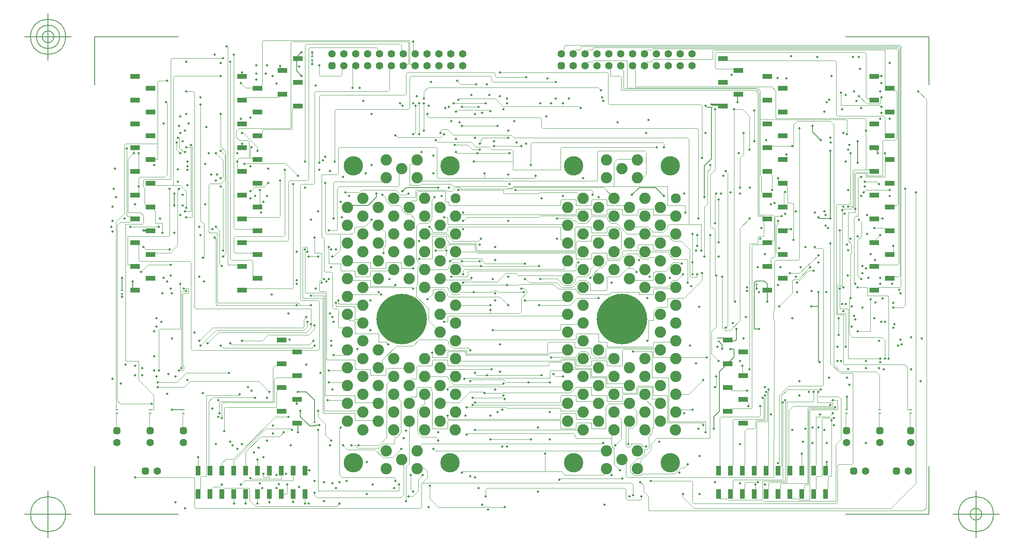
<source format=gbr>
G04 Generated by Ultiboard 14.1 *
%FSLAX24Y24*%
%MOIN*%

%ADD10C,0.0001*%
%ADD11C,0.0039*%
%ADD12C,0.0050*%
%ADD13C,0.0150*%
%ADD14R,0.0394X0.0787*%
%ADD15C,0.1630*%
%ADD16C,0.4252*%
%ADD17C,0.0953*%
%ADD18C,0.0833*%
%ADD19C,0.0633*%
%ADD20R,0.0208X0.0208*%
%ADD21C,0.0392*%
%ADD22C,0.0197*%
%ADD23R,0.0197X0.0098*%
%ADD24R,0.0787X0.0394*%


G04 ColorRGB 00FF00 for the following layer *
%LNCopper Top*%
%LPD*%
G54D10*
G54D11*
X8800Y14100D02*
X10100Y15400D01*
X17500Y15400D01*
X8700Y14500D02*
X9800Y15600D01*
X17900Y15000D02*
X18400Y15500D01*
X18400Y15800D01*
X17500Y15400D02*
X17800Y15700D01*
X17800Y16100D01*
X24464Y10864D02*
X25100Y11500D01*
X21500Y5700D02*
X21882Y5700D01*
X21882Y5610D01*
X22010Y5482D01*
X23814Y5482D01*
X23814Y5497D01*
X24163Y5846D01*
X25114Y5846D01*
X25114Y6404D01*
X25307Y6404D01*
X25656Y6753D01*
X25656Y9444D01*
X25100Y10000D01*
X18700Y21600D02*
X17900Y21600D01*
X56150Y1000D02*
X62243Y1000D01*
X62243Y5765D01*
X62335Y5857D01*
X60812Y9800D02*
X60800Y9812D01*
X62500Y9800D02*
X62700Y9600D01*
X60812Y9800D02*
X62500Y9800D01*
X64837Y34463D02*
X64200Y35100D01*
X65935Y34463D02*
X64837Y34463D01*
X66006Y34533D02*
X65935Y34463D01*
X66006Y34906D02*
X66006Y34533D01*
X66100Y35000D02*
X66006Y34906D01*
X66100Y34200D02*
X65977Y34323D01*
X62700Y34335D02*
X62712Y34323D01*
X65977Y34323D02*
X62712Y34323D01*
X62700Y34335D02*
X62700Y35400D01*
X38500Y11700D02*
X38700Y11500D01*
X39300Y11500D01*
X44200Y6200D02*
X44200Y7900D01*
X43600Y8500D02*
X44200Y7900D01*
X43700Y5700D02*
X44200Y6200D01*
X62357Y5857D02*
X62700Y6200D01*
X62335Y5857D02*
X62357Y5857D01*
X62700Y6200D02*
X62700Y9600D01*
X49300Y21000D02*
X49143Y21000D01*
X49047Y21096D01*
X48553Y21096D01*
X48204Y20747D01*
X48204Y20658D01*
X17600Y1600D02*
X17600Y800D01*
X16580Y920D02*
X16600Y939D01*
X16600Y1800D01*
X15600Y2871D02*
X15600Y3592D01*
X14600Y3000D02*
X14600Y3592D01*
X13600Y4500D02*
X13600Y3584D01*
X11354Y2113D02*
X12846Y2113D01*
X12917Y2043D01*
X12917Y1081D01*
X10600Y2400D02*
X10400Y2200D01*
X9900Y2200D01*
X9600Y1900D01*
X9600Y1600D01*
X8600Y3600D02*
X8600Y4700D01*
X12600Y1700D02*
X12600Y800D01*
X29540Y20500D02*
X29664Y20624D01*
X27660Y20500D02*
X29540Y20500D01*
X29664Y20624D02*
X29664Y20747D01*
X30013Y21096D01*
X30507Y21096D01*
X30803Y20800D01*
X32400Y20800D01*
X29664Y18876D02*
X29664Y18753D01*
X30013Y18404D01*
X30507Y18404D01*
X30703Y18600D01*
X13428Y570D02*
X20270Y570D01*
X12917Y1081D02*
X13428Y570D01*
X20270Y570D02*
X20500Y800D01*
X32300Y21200D02*
X30800Y21200D01*
X11600Y811D02*
X11600Y1600D01*
X29300Y12100D02*
X29204Y12004D01*
X29000Y12207D01*
X29000Y12300D01*
X22117Y27000D02*
X21000Y27000D01*
X29664Y23376D02*
X29540Y23500D01*
X30804Y22904D02*
X30013Y22904D01*
X29664Y23253D01*
X29664Y23376D01*
X29540Y23500D02*
X27700Y23500D01*
X52400Y22800D02*
X52400Y26400D01*
X48896Y19596D02*
X49400Y20100D01*
X48553Y19596D02*
X48896Y19596D01*
X48204Y19247D02*
X48553Y19596D01*
X48204Y19143D02*
X48204Y19247D01*
X48100Y19039D02*
X48204Y19143D01*
X46892Y19039D02*
X48100Y19039D01*
X46853Y19000D02*
X46892Y19039D01*
X46200Y19000D02*
X46853Y19000D01*
X2900Y24100D02*
X5300Y24100D01*
X46300Y5600D02*
X46043Y5600D01*
X45797Y5846D01*
X45018Y5846D01*
X45018Y5710D01*
X44890Y5582D01*
X44710Y5582D01*
X44582Y5710D01*
X44582Y7482D01*
X44900Y7800D01*
X69200Y35500D02*
X69880Y34820D01*
X69880Y480D01*
X69600Y200D01*
X46500Y200D02*
X69600Y200D01*
X46500Y1400D02*
X46500Y200D01*
X46082Y2318D02*
X45800Y2600D01*
X44100Y3600D02*
X43600Y4100D01*
X43600Y5400D01*
X43546Y5454D01*
X43546Y5497D01*
X43400Y5643D01*
X43400Y6800D01*
X43600Y7000D02*
X43400Y6800D01*
X50600Y22500D02*
X50600Y23400D01*
X54182Y23982D02*
X55000Y24800D01*
X64600Y27000D02*
X64800Y27200D01*
X66800Y27200D01*
X69000Y27000D02*
X69000Y2500D01*
X66900Y400D01*
X50330Y400D01*
X46500Y1400D02*
X46100Y1800D01*
X46100Y2300D01*
X49361Y1370D02*
X49361Y1561D01*
X49400Y1600D01*
X50330Y400D02*
X49361Y1370D01*
X29071Y19639D02*
X28960Y19750D01*
X29071Y19639D02*
X31520Y19639D01*
X31600Y19800D01*
X29556Y18497D02*
X29207Y18846D01*
X29556Y18344D02*
X29556Y18497D01*
X40296Y19503D02*
X39947Y19154D01*
X40296Y19703D02*
X40296Y19503D01*
X40497Y19904D02*
X40296Y19703D01*
X41247Y19904D02*
X40497Y19904D01*
X41596Y20253D02*
X41247Y19904D01*
X41596Y20546D02*
X41596Y20253D01*
X42300Y21250D02*
X41596Y20546D01*
X29540Y19000D02*
X29664Y18876D01*
X27660Y19000D02*
X29540Y19000D01*
X29207Y18846D02*
X28413Y18846D01*
X28364Y18797D01*
X55000Y30600D02*
X55000Y33400D01*
X54400Y34000D01*
X53700Y34000D01*
X20000Y21600D02*
X20564Y22164D01*
X20000Y21600D02*
X19900Y21600D01*
X26082Y1018D02*
X26100Y1000D01*
X26082Y1779D02*
X26082Y1018D01*
X49800Y19400D02*
X49800Y21320D01*
X63500Y18100D02*
X63400Y18100D01*
X26360Y7750D02*
X26360Y4168D01*
X26082Y3890D01*
X50418Y19849D02*
X50385Y19882D01*
X50442Y19839D02*
X50418Y19849D01*
X50385Y19882D02*
X50059Y19882D01*
X49939Y20002D01*
X49939Y22210D01*
X49246Y22904D01*
X48553Y22904D01*
X48204Y23253D01*
X48204Y23300D01*
X48157Y23346D01*
X46354Y23346D01*
X46200Y23500D01*
X39947Y19154D02*
X39393Y19154D01*
X38808Y19739D02*
X37439Y19739D01*
X39393Y19154D02*
X38808Y19739D01*
X37439Y19739D02*
X37400Y19700D01*
X41247Y19596D02*
X40696Y19596D01*
X40100Y19000D01*
X32518Y21314D02*
X32414Y21418D01*
X32518Y21209D02*
X32518Y21314D01*
X32414Y21418D02*
X30710Y21418D01*
X30695Y21404D01*
X30004Y21404D01*
X29800Y21200D01*
X46200Y23500D02*
X44700Y23500D01*
X41700Y24961D02*
X41596Y24857D01*
X43004Y24857D02*
X42900Y24961D01*
X44700Y23500D02*
X43796Y24404D01*
X43353Y24404D01*
X43004Y24753D01*
X43004Y24857D01*
X42900Y24961D02*
X41700Y24961D01*
X41596Y24857D02*
X41596Y24753D01*
X41247Y24404D01*
X40596Y24404D01*
X40400Y24600D01*
X40193Y24600D01*
X39947Y24846D01*
X38846Y24846D01*
X38800Y24800D01*
X17700Y16500D02*
X17500Y16300D01*
X32400Y23100D02*
X32200Y22900D01*
X30702Y22900D01*
X29300Y12100D02*
X33300Y12100D01*
X64400Y28300D02*
X64200Y28300D01*
X64118Y28218D02*
X64200Y28300D01*
X41596Y19247D02*
X41247Y19596D01*
X41596Y18753D02*
X41596Y19247D01*
X42839Y18739D02*
X41592Y18739D01*
X42839Y18739D02*
X43000Y18900D01*
X43000Y19900D01*
X44000Y19900D01*
X44700Y20600D01*
X44900Y20600D02*
X44900Y21300D01*
X45500Y20300D02*
X45200Y20600D01*
X44700Y20600D02*
X45200Y20600D01*
X39900Y17500D02*
X37300Y17500D01*
X37300Y20800D02*
X36408Y20800D01*
X36390Y20782D01*
X32418Y20782D01*
X32400Y20800D01*
X47892Y20346D02*
X48204Y20658D01*
X47892Y20346D02*
X47046Y20346D01*
X46900Y20200D01*
X11300Y14300D02*
X11437Y14163D01*
X17963Y14163D01*
X18300Y14500D01*
X52100Y10600D02*
X52200Y10700D01*
X52200Y11500D01*
X12400Y32000D02*
X12300Y32000D01*
X36100Y21000D02*
X32727Y21000D01*
X32518Y21209D01*
X36200Y19700D02*
X36100Y19700D01*
X49738Y21382D02*
X49800Y21320D01*
X30800Y32600D02*
X33800Y32600D01*
X64100Y20000D02*
X64100Y22992D01*
X64250Y24650D02*
X64200Y24700D01*
X64400Y19700D02*
X64100Y20000D01*
X46593Y21550D02*
X47200Y21550D01*
X47500Y21250D02*
X47200Y21550D01*
X46593Y21550D02*
X46447Y21404D01*
X45604Y21800D02*
X45557Y21846D01*
X44653Y21846D01*
X44417Y21611D01*
X44358Y21611D01*
X44008Y21261D01*
X43025Y21261D01*
X42896Y21132D01*
X42896Y21003D01*
X42547Y20654D01*
X51182Y21600D02*
X51182Y21582D01*
X46146Y5382D02*
X46390Y5382D01*
X46518Y5510D01*
X46518Y6475D01*
X46796Y6753D01*
X46796Y7154D01*
X46904Y7154D01*
X46904Y8896D01*
X46200Y9600D01*
X46200Y10000D01*
X28800Y6204D02*
X28800Y6100D01*
X27536Y9096D02*
X27413Y9096D01*
X27660Y9220D02*
X27536Y9096D01*
X27660Y10000D02*
X27660Y9220D01*
X49738Y21382D02*
X48575Y21382D01*
X48080Y22000D02*
X46150Y22000D01*
X48575Y21382D02*
X48204Y21753D01*
X48204Y21876D01*
X48080Y22000D01*
X45953Y21404D02*
X45604Y21753D01*
X46447Y21404D02*
X45953Y21404D01*
X45604Y21753D02*
X45604Y21800D01*
X10400Y21000D02*
X10400Y23800D01*
X10100Y24100D02*
X10400Y23800D01*
X10600Y20800D02*
X10400Y21000D01*
X52700Y15592D02*
X52910Y15382D01*
X52700Y15592D02*
X52700Y19900D01*
X50600Y20100D02*
X50600Y19997D01*
X50442Y19839D01*
X17400Y15600D02*
X17500Y15700D01*
X9800Y15600D02*
X17400Y15600D01*
X17500Y15700D02*
X17500Y16300D01*
X14600Y1600D02*
X14600Y1800D01*
X14600Y900D02*
X14600Y1600D01*
X11354Y2113D02*
X11340Y2100D01*
X10850Y2100D01*
X10600Y1850D01*
X10600Y1600D01*
X27900Y18000D02*
X28364Y18464D01*
X28364Y18797D02*
X28364Y18464D01*
X21803Y24096D02*
X21756Y24050D01*
X23200Y24700D02*
X22596Y24096D01*
X21803Y24096D01*
X20564Y22164D02*
X20564Y23500D01*
X20564Y23497D01*
X21756Y23703D02*
X21553Y23500D01*
X21756Y24050D02*
X21756Y23703D01*
X19400Y23500D02*
X21553Y23500D01*
X30418Y33918D02*
X33082Y33918D01*
X33182Y33818D01*
X30300Y33800D02*
X30418Y33918D01*
X29000Y21300D02*
X29500Y21800D01*
X29500Y22100D01*
X41704Y19997D02*
X41704Y19904D01*
X41600Y19800D01*
X42360Y20654D02*
X41704Y19997D01*
X42360Y20654D02*
X42547Y20654D01*
X46888Y19600D02*
X46900Y19612D01*
X45050Y19600D02*
X44900Y19750D01*
X46900Y19612D02*
X46900Y20200D01*
X46888Y19600D02*
X45050Y19600D01*
X14000Y14500D02*
X14500Y15000D01*
X17900Y15000D01*
X14000Y14500D02*
X12300Y14500D01*
X20500Y27500D02*
X20300Y27300D01*
X20300Y23800D01*
X64418Y23310D02*
X64418Y24482D01*
X64100Y22992D02*
X64418Y23310D01*
X64418Y24482D02*
X64218Y24682D01*
X4000Y22400D02*
X4200Y22200D01*
X6200Y22200D01*
X13097Y30797D02*
X13000Y30700D01*
X12400Y32000D02*
X13600Y30800D01*
X13600Y30500D02*
X13600Y30800D01*
X34196Y10804D02*
X34296Y10904D01*
X30113Y10804D02*
X34196Y10804D01*
X29664Y11253D02*
X30113Y10804D01*
X29664Y11376D02*
X29664Y11253D01*
X29540Y11500D02*
X29664Y11376D01*
X27660Y11500D02*
X29540Y11500D01*
X51000Y19600D02*
X51000Y20200D01*
X51000Y19600D02*
X49496Y18096D01*
X48305Y18096D01*
X48290Y18082D01*
X48096Y18082D01*
X48096Y17346D01*
X47253Y17346D01*
X46904Y16997D01*
X46904Y16239D01*
X46496Y16239D01*
X46500Y16239D02*
X46500Y14600D01*
X46400Y14500D01*
X39900Y17500D02*
X40500Y18100D01*
X42300Y18100D01*
X6000Y28500D02*
X5800Y28300D01*
X6000Y34500D02*
X6000Y28500D01*
X3292Y20900D02*
X3292Y20779D01*
X2700Y20900D02*
X3292Y20900D01*
X2639Y20961D02*
X2700Y20900D01*
X2639Y23239D02*
X2639Y20961D01*
X2700Y23300D02*
X2639Y23239D01*
X6100Y23300D02*
X2700Y23300D01*
X6200Y23400D02*
X6100Y23300D01*
X6200Y27300D02*
X6200Y23400D01*
X20860Y37660D02*
X20700Y37500D01*
X20700Y36900D01*
X20600Y36800D01*
X18900Y36800D01*
X18800Y36900D01*
X18800Y37700D01*
X4900Y27779D02*
X4591Y27779D01*
X4900Y27600D02*
X4900Y27779D01*
X10500Y36800D02*
X6600Y36800D01*
X6500Y36700D01*
X6500Y27600D01*
X21860Y37660D02*
X21700Y37500D01*
X21600Y37500D01*
X21600Y35800D01*
X3479Y26779D02*
X3292Y26779D01*
X3600Y26900D02*
X3479Y26779D01*
X3600Y28200D02*
X3600Y26900D01*
X3700Y28300D02*
X3600Y28200D01*
X5800Y28300D02*
X3700Y28300D01*
X65900Y6940D02*
X65940Y6940D01*
X65900Y8392D02*
X65900Y6940D01*
X65940Y8392D02*
X65900Y8392D01*
X45800Y4000D02*
X45550Y3750D01*
X51600Y6300D02*
X47200Y6300D01*
X13591Y21900D02*
X13591Y21779D01*
X11700Y21900D02*
X13591Y21900D01*
X11600Y22000D02*
X11700Y21900D01*
X11600Y23200D02*
X11600Y22000D01*
X11700Y23300D02*
X11600Y23200D01*
X15800Y23300D02*
X11700Y23300D01*
X15900Y23400D02*
X15800Y23300D01*
X15900Y28900D02*
X15900Y23400D01*
X13591Y23900D02*
X13591Y23779D01*
X11700Y23900D02*
X13591Y23900D01*
X11600Y24000D02*
X11700Y23900D01*
X11600Y38600D02*
X11600Y24000D01*
X53821Y37279D02*
X54046Y37279D01*
X53700Y37400D02*
X53821Y37279D01*
X52200Y37400D02*
X53700Y37400D01*
X52100Y37500D02*
X52200Y37400D01*
X52100Y38700D02*
X52100Y37500D01*
X52200Y38800D02*
X52100Y38700D01*
X64700Y38800D02*
X52200Y38800D01*
X64800Y38700D02*
X64700Y38800D01*
X64800Y35000D02*
X64800Y38700D01*
X64900Y34900D02*
X64800Y35000D01*
X65492Y34900D02*
X64900Y34900D01*
X65492Y34779D02*
X65492Y34900D01*
X8283Y3000D02*
X3300Y3000D01*
X8283Y500D02*
X8283Y3000D01*
X8300Y500D02*
X8283Y500D01*
X8400Y400D02*
X8300Y500D01*
X27300Y400D02*
X8400Y400D01*
X27400Y500D02*
X27300Y400D01*
X27400Y2500D02*
X27400Y500D01*
X58700Y30900D02*
X58600Y30900D01*
X58700Y32700D02*
X58700Y30900D01*
X65940Y8688D02*
X65928Y8700D01*
X12292Y20900D02*
X12292Y20779D01*
X11100Y20900D02*
X12292Y20900D01*
X56679Y30779D02*
X56492Y30779D01*
X56800Y30900D02*
X56679Y30779D01*
X58600Y30900D02*
X56800Y30900D01*
X52927Y38100D02*
X52747Y38279D01*
X62200Y38100D02*
X52927Y38100D01*
X62300Y38000D02*
X62200Y38100D01*
X62300Y33500D02*
X62300Y38000D01*
X66400Y31900D02*
X66400Y33300D01*
X66791Y31900D02*
X66400Y31900D01*
X66791Y31779D02*
X66791Y31900D01*
X44550Y4200D02*
X44250Y4500D01*
X44600Y4200D02*
X44550Y4200D01*
X44600Y3100D02*
X44600Y4200D01*
X44700Y3000D02*
X44600Y3100D01*
X57200Y21300D02*
X57100Y21200D01*
X59100Y21300D02*
X57200Y21300D01*
X59200Y21400D02*
X59100Y21300D01*
X59200Y32400D02*
X59200Y21400D01*
X13591Y19900D02*
X13591Y19779D01*
X13200Y19900D02*
X13591Y19900D01*
X13200Y21200D02*
X13200Y19900D01*
X13100Y21300D02*
X13200Y21200D01*
X11400Y21300D02*
X13100Y21300D01*
X11300Y21400D02*
X11400Y21300D01*
X11300Y38000D02*
X11300Y21400D01*
X17079Y13579D02*
X16906Y13579D01*
X17200Y13700D02*
X17079Y13579D01*
X18700Y13700D02*
X17200Y13700D01*
X18800Y13800D02*
X18700Y13700D01*
X18800Y17800D02*
X18800Y13800D01*
X18700Y17900D02*
X18800Y17800D01*
X17300Y17900D02*
X18700Y17900D01*
X17200Y18000D02*
X17300Y17900D01*
X17200Y27600D02*
X17200Y18000D01*
X17300Y27700D02*
X17200Y27600D01*
X18300Y27700D02*
X17300Y27700D01*
X18400Y27800D02*
X18300Y27700D01*
X18400Y35400D02*
X18400Y27800D01*
X18500Y35500D02*
X18400Y35400D01*
X24600Y35500D02*
X18500Y35500D01*
X24700Y35600D02*
X24600Y35500D01*
X24700Y37500D02*
X24700Y35600D01*
X24860Y37660D02*
X24700Y37500D01*
X32200Y34200D02*
X30800Y34200D01*
X39000Y2900D02*
X39000Y2800D01*
X44300Y2900D02*
X39000Y2900D01*
X3600Y22779D02*
X3292Y22779D01*
X3600Y21300D02*
X3600Y22779D01*
X3700Y21200D02*
X3600Y21300D01*
X7900Y21200D02*
X3700Y21200D01*
X8000Y21100D02*
X7900Y21200D01*
X8000Y13800D02*
X8000Y21100D01*
X8100Y13700D02*
X8000Y13800D01*
X16600Y13700D02*
X8100Y13700D01*
X16721Y13579D02*
X16600Y13700D01*
X16906Y13579D02*
X16721Y13579D01*
X31200Y6700D02*
X31200Y6600D01*
X40200Y6700D02*
X31200Y6700D01*
X40300Y6600D02*
X40200Y6700D01*
X40300Y6400D02*
X40300Y6600D01*
X40400Y6300D02*
X40300Y6400D01*
X43400Y6300D02*
X40400Y6300D01*
X18800Y35100D02*
X18800Y29500D01*
X18900Y35200D02*
X18800Y35100D01*
X26000Y35200D02*
X18900Y35200D01*
X26100Y35300D02*
X26000Y35200D01*
X26100Y37000D02*
X26100Y35300D01*
X26200Y37100D02*
X26100Y37000D01*
X33500Y37100D02*
X26200Y37100D01*
X33600Y37000D02*
X33500Y37100D01*
X33600Y36800D02*
X33600Y37000D01*
X33700Y36700D02*
X33600Y36800D01*
X36200Y36700D02*
X33700Y36700D01*
X1700Y6940D02*
X1740Y6940D01*
X1700Y8392D02*
X1700Y6940D01*
X1740Y8392D02*
X1700Y8392D01*
X45200Y1500D02*
X45200Y2400D01*
X68500Y6940D02*
X68540Y6940D01*
X68500Y8392D02*
X68500Y6940D01*
X68540Y8392D02*
X68500Y8392D01*
X20300Y23800D02*
X19600Y23800D01*
X25400Y27500D02*
X20500Y27500D01*
X25500Y27600D02*
X25400Y27500D01*
X25500Y28790D02*
X25500Y27600D01*
X25710Y29000D02*
X25500Y28790D01*
X25100Y3000D02*
X20700Y3000D01*
X25200Y2900D02*
X25100Y3000D01*
X25200Y2700D02*
X25200Y2900D01*
X66300Y24000D02*
X65500Y24000D01*
X66400Y23900D02*
X66300Y24000D01*
X66791Y23900D02*
X66400Y23900D01*
X66791Y23779D02*
X66791Y23900D01*
X37800Y5000D02*
X37800Y3500D01*
X30800Y3500D02*
X30800Y3400D01*
X39200Y3500D02*
X30800Y3500D01*
X39300Y3400D02*
X39200Y3500D01*
X39300Y3300D02*
X39300Y3400D01*
X39400Y3200D02*
X39300Y3300D01*
X42700Y3200D02*
X39400Y3200D01*
X42950Y3450D02*
X42700Y3200D01*
X42950Y3750D02*
X42950Y3450D01*
X53700Y17800D02*
X53800Y17800D01*
X53700Y34000D02*
X53700Y17800D01*
X49000Y8500D02*
X48800Y8500D01*
X49200Y8700D02*
X49000Y8500D01*
X50200Y8700D02*
X49200Y8700D01*
X19300Y23600D02*
X19300Y27800D01*
X19400Y23500D02*
X19300Y23600D01*
X4500Y6940D02*
X4540Y6940D01*
X4500Y8392D02*
X4500Y6940D01*
X4540Y8392D02*
X4500Y8392D01*
X13800Y25779D02*
X13591Y25779D01*
X13800Y27200D02*
X13800Y25779D01*
X26700Y38820D02*
X26700Y39700D01*
X26860Y38660D02*
X26700Y38820D01*
X12479Y18779D02*
X12292Y18779D01*
X12600Y18900D02*
X12479Y18779D01*
X16500Y18900D02*
X12600Y18900D01*
X16600Y19000D02*
X16500Y18900D01*
X16600Y27700D02*
X16600Y19000D01*
X12479Y22779D02*
X12292Y22779D01*
X12600Y22900D02*
X12479Y22779D01*
X16100Y22900D02*
X12600Y22900D01*
X16200Y23000D02*
X16100Y22900D01*
X16200Y27900D02*
X16200Y23000D01*
X16300Y28000D02*
X16200Y27900D01*
X17800Y28000D02*
X16300Y28000D01*
X17900Y28100D02*
X17800Y28000D01*
X17900Y39100D02*
X17900Y28100D01*
X18000Y39200D02*
X17900Y39100D01*
X23600Y39200D02*
X18000Y39200D01*
X23700Y39100D02*
X23600Y39200D01*
X23700Y38820D02*
X23700Y39100D01*
X23860Y38660D02*
X23700Y38820D01*
X4779Y21779D02*
X4591Y21779D01*
X4900Y21900D02*
X4779Y21779D01*
X35000Y30600D02*
X33300Y30600D01*
X39100Y30700D02*
X39100Y28900D01*
X39200Y30800D02*
X39100Y30700D01*
X47200Y30800D02*
X39200Y30800D01*
X27300Y27960D02*
X27010Y28250D01*
X42200Y30400D02*
X42200Y28000D01*
X42300Y30500D02*
X42200Y30400D01*
X46200Y30500D02*
X42300Y30500D01*
X46300Y30400D02*
X46200Y30500D01*
X46300Y28500D02*
X46300Y30400D01*
X27600Y34900D02*
X27600Y35500D01*
X50200Y21100D02*
X50200Y23500D01*
X18400Y1500D02*
X18400Y1700D01*
X25900Y4100D02*
X25900Y1500D01*
X25710Y4290D02*
X25900Y4100D01*
X25710Y4500D02*
X25710Y4290D01*
X27900Y33400D02*
X27900Y33600D01*
X28000Y33300D02*
X27900Y33400D01*
X37400Y33300D02*
X28000Y33300D01*
X37500Y33200D02*
X37400Y33300D01*
X37500Y32500D02*
X37500Y33200D01*
X37600Y32400D02*
X37500Y32500D01*
X50600Y32400D02*
X37600Y32400D01*
X50700Y32300D02*
X50600Y32400D01*
X50700Y24800D02*
X50700Y32300D01*
X12479Y24779D02*
X12292Y24779D01*
X12600Y24900D02*
X12479Y24779D01*
X15400Y24900D02*
X12600Y24900D01*
X15500Y25000D02*
X15400Y24900D01*
X15500Y28000D02*
X15500Y25000D01*
X17600Y39400D02*
X17600Y29600D01*
X17700Y39500D02*
X17600Y39400D01*
X25600Y39500D02*
X17700Y39500D01*
X25700Y39400D02*
X25600Y39500D01*
X25700Y38820D02*
X25700Y39400D01*
X25860Y38660D02*
X25700Y38820D01*
X32800Y2000D02*
X32800Y1400D01*
X32900Y2100D02*
X32800Y2000D01*
X44500Y2100D02*
X32900Y2100D01*
X44600Y2000D02*
X44500Y2100D01*
X44600Y1200D02*
X44600Y2000D01*
X44700Y1100D02*
X44600Y1200D01*
X45800Y1100D02*
X44700Y1100D01*
X45900Y1200D02*
X45800Y1100D01*
X45900Y1400D02*
X45900Y1200D01*
X6229Y21900D02*
X4900Y21900D01*
X27900Y3000D02*
X27900Y3488D01*
X27588Y3800D02*
X27060Y3800D01*
X27010Y3750D01*
X27900Y3488D02*
X27588Y3800D01*
X34700Y31600D02*
X32500Y31600D01*
X32400Y31500D01*
X32400Y31100D01*
X32300Y31100D01*
X52600Y8100D02*
X52500Y8000D01*
X52500Y3900D01*
X55800Y8100D02*
X52600Y8100D01*
X52500Y3900D02*
X52400Y3800D01*
X55900Y8200D02*
X55800Y8100D01*
X52400Y3800D02*
X52400Y3584D01*
X55900Y9000D02*
X55900Y8200D01*
X61100Y22300D02*
X60500Y22300D01*
X60500Y22400D01*
X61200Y22200D02*
X61100Y22300D01*
X61200Y10800D02*
X61200Y22200D01*
X61100Y10700D02*
X61200Y10800D01*
X58300Y10700D02*
X61100Y10700D01*
X57500Y9900D02*
X58300Y10700D01*
X57500Y4300D02*
X57500Y9900D01*
X57500Y4300D02*
X57400Y4200D01*
X36500Y19400D02*
X36200Y19700D01*
X39200Y19000D02*
X39000Y19200D01*
X40100Y19000D02*
X39200Y19000D01*
X39000Y19200D02*
X38800Y19400D01*
X36500Y19400D01*
X49500Y3798D02*
X49800Y4098D01*
X49500Y3798D02*
X49179Y3798D01*
X49800Y4098D02*
X49800Y4100D01*
X49179Y3798D02*
X48697Y3315D01*
X45959Y3315D01*
X45797Y3154D01*
X45303Y3154D01*
X44954Y3503D01*
X44954Y3997D01*
X31061Y11361D02*
X38200Y11361D01*
X31061Y11361D02*
X31000Y11300D01*
X28300Y23850D02*
X28050Y24100D01*
X28600Y22100D02*
X29179Y22100D01*
X51000Y34300D02*
X51000Y29900D01*
X50900Y34400D02*
X51000Y34300D01*
X43200Y34400D02*
X50900Y34400D01*
X43100Y34500D02*
X43200Y34400D01*
X43100Y37000D02*
X43100Y34500D01*
X43000Y37100D02*
X43100Y37000D01*
X34000Y37100D02*
X43000Y37100D01*
X51100Y11200D02*
X49900Y10000D01*
X48800Y10000D01*
X53150Y28650D02*
X53150Y15750D01*
X53150Y28650D02*
X53000Y28800D01*
X53150Y15750D02*
X53000Y15600D01*
X12200Y36200D02*
X12600Y35800D01*
X13594Y35800D01*
X47500Y9250D02*
X47150Y9600D01*
X46800Y9600D01*
X29005Y9300D02*
X28905Y9200D01*
X54400Y12400D02*
X54400Y11629D01*
X54450Y11579D01*
X45496Y8604D02*
X44900Y9200D01*
X45496Y7503D02*
X45496Y8604D01*
X45147Y7154D02*
X45496Y7503D01*
X44800Y7154D02*
X45147Y7154D01*
X44800Y5800D02*
X44800Y7154D01*
X6000Y34500D02*
X5900Y34600D01*
X31900Y11700D02*
X32000Y11600D01*
X31900Y11800D02*
X31900Y11700D01*
X47800Y31100D02*
X47800Y30800D01*
X47700Y31200D02*
X47800Y31100D01*
X36700Y31200D02*
X47700Y31200D01*
X36600Y31100D02*
X36700Y31200D01*
X36600Y29300D02*
X36600Y31100D01*
X32000Y11600D02*
X37500Y11600D01*
X30600Y34900D02*
X30500Y34800D01*
X33050Y30850D02*
X31950Y30850D01*
X33300Y30600D02*
X33050Y30850D01*
X32300Y30600D02*
X31700Y30600D01*
X28750Y31250D02*
X31550Y31250D01*
X31950Y30850D01*
X28600Y31400D02*
X28750Y31250D01*
X31300Y31000D02*
X30230Y31000D01*
X31700Y30600D02*
X31300Y31000D01*
X11200Y11800D02*
X7600Y11800D01*
X6800Y11000D01*
X5200Y11000D01*
X15950Y29450D02*
X12550Y29450D01*
X17000Y28400D02*
X15950Y29450D01*
X12550Y29450D02*
X12500Y29400D01*
X34800Y30300D02*
X30400Y30300D01*
X30300Y30400D01*
X33392Y18600D02*
X33510Y18718D01*
X33690Y18718D01*
X33200Y17500D02*
X30260Y17500D01*
X11068Y20932D02*
X11100Y20900D01*
X11068Y39232D02*
X11068Y20932D01*
X11068Y39232D02*
X11000Y39300D01*
X10700Y28300D02*
X10600Y28200D01*
X10500Y28200D01*
X10500Y27500D02*
X10700Y27300D01*
X20500Y3200D02*
X20500Y7100D01*
X20600Y7200D01*
X20700Y3000D02*
X20500Y3200D01*
X28500Y26600D02*
X28256Y26356D01*
X28256Y24753D01*
X27907Y24404D01*
X27232Y24404D01*
X26956Y24128D01*
X26956Y21325D01*
X27185Y21096D01*
X27252Y20935D01*
X27064Y20747D01*
X27064Y19207D01*
X26956Y19100D01*
X26956Y18254D01*
X27864Y17346D01*
X27932Y17346D01*
X28000Y17279D01*
X28000Y16205D01*
X29000Y15205D01*
X42160Y27960D02*
X27300Y27960D01*
X42200Y28000D02*
X42160Y27960D01*
X30537Y9300D02*
X29005Y9300D01*
X31700Y9700D02*
X34100Y9700D01*
X34300Y9900D01*
X33153Y455D02*
X33090Y518D01*
X32627Y518D01*
X32590Y482D01*
X28818Y482D01*
X28100Y1200D01*
X19300Y6600D02*
X19800Y6100D01*
X19300Y7488D02*
X18700Y8088D01*
X18700Y8600D02*
X18700Y8088D01*
X19300Y7488D02*
X19300Y6600D01*
X23800Y5700D02*
X24464Y6364D01*
X23800Y5700D02*
X22100Y5700D01*
X24464Y6364D02*
X24464Y10864D01*
X28100Y2300D02*
X28100Y1200D01*
X26082Y3890D02*
X26082Y1779D01*
X25488Y1862D02*
X25500Y1873D01*
X18712Y1862D02*
X18700Y1873D01*
X25500Y2400D02*
X25500Y1873D01*
X25488Y1862D02*
X18712Y1862D01*
X18700Y1873D02*
X18700Y7000D01*
X40650Y34250D02*
X40800Y34100D01*
X34250Y34250D02*
X33600Y34900D01*
X40650Y34250D02*
X34250Y34250D01*
X33600Y34900D02*
X30600Y34900D01*
X30900Y24600D02*
X31200Y24900D01*
X37400Y25050D02*
X37250Y24900D01*
X31200Y24900D02*
X37250Y24900D01*
X34355Y455D02*
X34400Y500D01*
X34355Y455D02*
X33153Y455D01*
X42950Y5250D02*
X28550Y5250D01*
X28400Y5400D01*
X44954Y3997D02*
X45584Y4627D01*
X45835Y4627D02*
X46146Y4939D01*
X46146Y5382D01*
X45584Y4627D02*
X45835Y4627D01*
X45800Y4371D02*
X45800Y4000D01*
X46700Y5800D02*
X46700Y5271D01*
X45800Y4371D01*
X47200Y6300D02*
X46700Y5800D01*
X43600Y27500D02*
X43600Y29550D01*
X29700Y18200D02*
X29556Y18344D01*
X29950Y27100D02*
X30271Y27421D01*
X30579Y27421D01*
X30700Y27300D01*
X42682Y27418D02*
X43600Y26500D01*
X42679Y27421D02*
X42682Y27418D01*
X30050Y27500D02*
X34592Y27500D01*
X36200Y27500D02*
X48088Y27500D01*
X45050Y2550D02*
X27450Y2550D01*
X45200Y2400D02*
X45050Y2550D01*
X27400Y2500D02*
X27900Y3000D01*
X25700Y1300D02*
X18600Y1300D01*
X25900Y1500D02*
X25700Y1300D01*
X18600Y1300D02*
X18400Y1500D01*
X38350Y13150D02*
X40392Y13150D01*
X38350Y13150D02*
X38300Y13100D01*
X40392Y13150D02*
X40404Y13162D01*
X40404Y13247D01*
X40753Y13596D01*
X41247Y13596D01*
X41596Y13247D01*
X41596Y13062D01*
X41658Y13000D02*
X41596Y13062D01*
X41658Y13000D02*
X43600Y13000D01*
X30537Y9300D02*
X31437Y10200D01*
X32600Y10200D01*
X32700Y10100D02*
X32600Y10200D01*
X32700Y10100D02*
X34192Y10100D01*
X34210Y10118D01*
X40400Y10600D02*
X41650Y10600D01*
X39918Y10118D02*
X40400Y10600D01*
X34210Y10118D02*
X39918Y10118D01*
X31218Y8918D02*
X31200Y8900D01*
X34558Y8850D02*
X34490Y8918D01*
X39100Y8850D02*
X34558Y8850D01*
X34490Y8918D02*
X31218Y8918D01*
X10700Y22100D02*
X10700Y27300D01*
X14100Y3012D02*
X14100Y3300D01*
X14112Y3000D02*
X14600Y3000D01*
X14100Y3012D02*
X14112Y3000D01*
X13090Y2860D02*
X15589Y2860D01*
X13000Y2950D02*
X13090Y2860D01*
X15589Y2860D02*
X15600Y2871D01*
X16588Y2721D02*
X16600Y2732D01*
X16600Y3592D01*
X12521Y2721D02*
X12200Y2400D01*
X12521Y2721D02*
X16588Y2721D01*
X6850Y27150D02*
X6850Y22521D01*
X6850Y27150D02*
X7000Y27300D01*
X6850Y22521D02*
X6229Y21900D01*
X8800Y24600D02*
X8800Y34400D01*
X8900Y24500D02*
X8800Y24600D01*
X9000Y24500D02*
X8900Y24500D01*
X9100Y24400D02*
X9000Y24500D01*
X9100Y21500D02*
X9100Y24400D01*
X9000Y21500D02*
X9100Y21500D01*
X46700Y2700D02*
X50100Y2700D01*
X50200Y2600D01*
X50200Y900D01*
X50300Y800D01*
X62300Y800D01*
X62400Y900D01*
X62400Y4000D01*
X62500Y4100D01*
X63600Y4100D01*
X63700Y4200D01*
X63700Y11700D01*
X26700Y1800D02*
X26500Y2000D01*
X26500Y3200D01*
X60623Y8100D02*
X61700Y8100D01*
X60612Y8100D02*
X60600Y8088D01*
X62000Y8400D02*
X61700Y8100D01*
X66250Y33450D02*
X62350Y33450D01*
X62300Y33500D01*
X66400Y33300D02*
X66250Y33450D01*
X37000Y28300D02*
X36900Y28200D01*
X37000Y28400D02*
X37000Y28300D01*
X32800Y28200D02*
X36900Y28200D01*
X28800Y28200D02*
X32800Y28200D01*
X28800Y28200D02*
X28700Y28300D01*
X32700Y28200D02*
X32700Y28600D01*
X28700Y28300D02*
X28700Y30700D01*
X28600Y30800D01*
X20500Y30800D01*
X20400Y30700D01*
X20400Y28600D01*
X20300Y28500D01*
X19012Y28500D01*
X19000Y28488D02*
X19012Y28500D01*
X19000Y28488D02*
X19000Y23212D01*
X19012Y23200D01*
X19100Y23200D01*
X19200Y23100D01*
X19200Y20400D01*
X19300Y20300D01*
X19800Y20300D01*
X19900Y20200D01*
X19900Y17300D01*
X20000Y17200D01*
X20300Y17200D01*
X20400Y17100D01*
X20400Y15700D01*
X20500Y15600D01*
X20900Y15600D01*
X20900Y15510D01*
X21160Y15250D01*
X35800Y30900D02*
X33500Y30900D01*
X36023Y18900D02*
X35800Y18900D01*
X36218Y18705D02*
X36023Y18900D01*
X29400Y16800D02*
X29350Y16750D01*
X33200Y16800D02*
X33200Y17100D01*
X29350Y16750D02*
X28960Y16750D01*
X65700Y27900D02*
X64700Y27900D01*
X65700Y27900D02*
X65900Y27700D01*
X68100Y17500D02*
X68100Y27300D01*
X67900Y17300D02*
X68100Y17500D01*
X67900Y17300D02*
X67100Y17300D01*
X62500Y15000D02*
X62500Y16400D01*
X51439Y28739D02*
X51700Y29000D01*
X51700Y29300D01*
X51182Y25772D02*
X51439Y26030D01*
X51182Y25772D02*
X51182Y21600D01*
X51439Y28739D02*
X51439Y26030D01*
X41800Y27100D02*
X41800Y26900D01*
X41700Y27200D02*
X41800Y27100D01*
X8200Y35500D02*
X7600Y35500D01*
X8300Y35400D02*
X8200Y35500D01*
X8300Y17300D02*
X8300Y35400D01*
X8400Y17200D02*
X8300Y17300D01*
X18100Y17200D02*
X8400Y17200D01*
X18100Y15900D02*
X18100Y16000D01*
X18100Y15600D02*
X18100Y15900D01*
X17700Y15200D02*
X18100Y15600D01*
X10300Y15200D02*
X17700Y15200D01*
X9400Y14300D02*
X10300Y15200D01*
X38700Y36300D02*
X33400Y36300D01*
X33300Y36400D01*
X33300Y36700D01*
X33200Y36800D01*
X26500Y36800D01*
X26400Y36700D01*
X26400Y34100D01*
X26300Y34000D01*
X20200Y34000D01*
X20100Y33900D01*
X20100Y29600D01*
X10700Y13900D02*
X10500Y14100D01*
X18200Y13900D02*
X10700Y13900D01*
X18200Y13900D02*
X18400Y14100D01*
X24200Y21900D02*
X24200Y22347D01*
X24356Y22503D01*
X24356Y23644D01*
X23800Y24200D01*
X24464Y26436D02*
X24100Y26800D01*
X24464Y26253D02*
X24464Y26436D01*
X24813Y25904D02*
X24464Y26253D01*
X25563Y25904D02*
X24813Y25904D01*
X25764Y25703D02*
X25563Y25904D01*
X25764Y25503D02*
X25764Y25703D01*
X26113Y25154D02*
X25764Y25503D01*
X26456Y25154D02*
X26113Y25154D01*
X26800Y24810D02*
X26456Y25154D01*
X26800Y24000D02*
X26800Y24810D01*
X26610Y24000D02*
X26800Y24000D01*
X26360Y24250D02*
X26610Y24000D01*
X29000Y32000D02*
X29000Y32200D01*
X29100Y32300D01*
X29600Y32300D01*
X30050Y31850D01*
X34950Y31850D01*
X35200Y31600D01*
X49800Y31600D01*
X49900Y31500D01*
X49900Y24300D01*
X48200Y24300D02*
X50909Y24300D01*
X50909Y22091D02*
X50909Y24309D01*
X48200Y24300D02*
X48096Y24196D01*
X48096Y24003D01*
X47747Y23654D01*
X46843Y23654D01*
X46796Y23700D01*
X46796Y23747D01*
X46447Y24096D01*
X45004Y24096D01*
X44900Y24200D01*
X25207Y27196D02*
X22313Y27196D01*
X22117Y27000D01*
X26200Y26800D02*
X25603Y26800D01*
X25207Y27196D01*
X26200Y26800D02*
X26300Y26900D01*
X31622Y11222D02*
X31500Y11100D01*
X34508Y11000D02*
X38200Y11000D01*
X31500Y13802D02*
X31398Y13904D01*
X31500Y13700D02*
X31500Y13802D01*
X34287Y11222D02*
X31622Y11222D01*
X34508Y11000D02*
X34287Y11222D01*
X31398Y13904D02*
X30013Y13904D01*
X29664Y14253D01*
X29664Y14426D01*
X29490Y14600D01*
X30700Y36100D02*
X32000Y36100D01*
X29490Y14600D02*
X27200Y14600D01*
X30400Y36400D02*
X30700Y36100D01*
X27200Y14600D02*
X26679Y14079D01*
X25279Y14079D01*
X24100Y12900D01*
X24100Y12600D02*
X24100Y12900D01*
X23700Y12200D02*
X24100Y12600D01*
X65928Y8700D02*
X65928Y11600D01*
X63700Y11700D02*
X63639Y11761D01*
X65928Y11600D02*
X65628Y11900D01*
X51650Y23350D02*
X51650Y6350D01*
X51650Y23350D02*
X51700Y23400D01*
X51650Y6350D02*
X51600Y6300D01*
X57482Y17400D02*
X57482Y17382D01*
X58582Y18500D02*
X57482Y17400D01*
X53346Y15382D02*
X54182Y16218D01*
X54182Y23982D01*
X52910Y15382D02*
X53346Y15382D01*
X39700Y19775D02*
X39700Y19700D01*
X35500Y20000D02*
X39475Y20000D01*
X39700Y19775D01*
X35500Y20000D02*
X35300Y20200D01*
X34477Y20200D02*
X35300Y20200D01*
X33756Y19479D02*
X34477Y20200D01*
X31021Y19479D02*
X33756Y19479D01*
X31000Y19500D02*
X31021Y19479D01*
X57083Y16217D02*
X57000Y16300D01*
X57100Y17056D02*
X57000Y16956D01*
X57100Y17056D02*
X57100Y21200D01*
X57000Y16956D02*
X57000Y16300D01*
X66000Y23400D02*
X65500Y22900D01*
X65500Y22800D01*
X57900Y26900D02*
X58000Y27000D01*
X58000Y27050D01*
X63800Y19300D02*
X63800Y24900D01*
X63900Y19300D02*
X63800Y19300D01*
X63800Y24900D02*
X63900Y25000D01*
X61800Y33000D02*
X59000Y33000D01*
X58700Y32700D01*
X62100Y32700D02*
X61800Y33000D01*
X13363Y27463D02*
X14163Y27463D01*
X13000Y27100D02*
X13363Y27463D01*
X59200Y20200D02*
X58400Y20200D01*
X60800Y21700D02*
X59200Y20200D01*
X52100Y34000D02*
X52100Y28900D01*
X51700Y28500D01*
X51700Y24100D01*
X51800Y24000D01*
X52000Y24000D01*
X52100Y23900D01*
X52100Y23300D01*
X52100Y20100D01*
X52200Y20000D02*
X52100Y20100D01*
X52200Y15700D02*
X52200Y20000D01*
X52200Y15700D02*
X51800Y15300D01*
X14163Y27463D02*
X14500Y27800D01*
X51800Y13400D02*
X51800Y15300D01*
X51800Y13400D02*
X52400Y12800D01*
X55900Y35550D02*
X55650Y35800D01*
X55800Y35450D02*
X55529Y35721D01*
X55700Y35350D02*
X55450Y35600D01*
X52600Y35600D01*
X44200Y35600D02*
X52600Y35600D01*
X55529Y35721D02*
X44412Y35721D01*
X44400Y35733D01*
X44700Y35812D02*
X44700Y38050D01*
X55650Y35800D02*
X45300Y35800D01*
X44712Y35800D02*
X44700Y35812D01*
X45300Y35800D02*
X44712Y35800D01*
X36600Y6200D02*
X33200Y6200D01*
X7371Y30400D02*
X7500Y30400D01*
X7025Y31550D02*
X7025Y30746D01*
X6975Y31600D02*
X6875Y31600D01*
X7025Y31550D02*
X6975Y31600D01*
X7025Y30746D02*
X7371Y30400D01*
X3600Y30300D02*
X3600Y28900D01*
X3479Y28779D01*
X3292Y28779D01*
X7100Y30300D02*
X6800Y30600D01*
X6800Y31200D01*
X7600Y27100D02*
X7100Y27600D01*
X7600Y25700D02*
X7600Y27100D01*
X7100Y27600D02*
X4900Y27600D01*
X4850Y8700D02*
X4850Y9127D01*
X4857Y9135D01*
X4857Y9943D01*
X3600Y11200D01*
X3600Y12788D01*
X9500Y9400D02*
X9500Y3684D01*
X9600Y3584D01*
X9850Y9750D02*
X9500Y9400D01*
X13350Y9750D02*
X9850Y9750D01*
X13350Y9750D02*
X13400Y9700D01*
X16100Y1725D02*
X16100Y2400D01*
X16100Y1725D02*
X15975Y1600D01*
X15600Y1600D01*
X27413Y9096D02*
X27064Y8747D01*
X28600Y6404D02*
X28604Y6404D01*
X28600Y6404D02*
X28800Y6204D01*
X27064Y6753D02*
X27413Y6404D01*
X28600Y6404D01*
X27064Y6753D02*
X27064Y8747D01*
X16388Y7100D02*
X16488Y7000D01*
X15450Y6450D02*
X15791Y6791D01*
X13600Y800D02*
X13600Y1600D01*
X65100Y15300D02*
X64100Y15300D01*
X65150Y15350D02*
X65100Y15300D01*
X65150Y17950D02*
X65150Y15350D01*
X65150Y17950D02*
X65200Y18000D01*
X42650Y5850D02*
X27412Y5850D01*
X42650Y5850D02*
X42700Y5900D01*
X25700Y5400D02*
X24954Y4654D01*
X24139Y4654D01*
X23458Y5335D01*
X21165Y5335D01*
X20800Y5700D01*
X14600Y10200D02*
X13700Y11100D01*
X7908Y11100D02*
X13700Y11100D01*
X7908Y11100D02*
X7408Y10600D01*
X5200Y10600D02*
X7408Y10600D01*
X27950Y35850D02*
X42250Y35850D01*
X27600Y35500D02*
X27950Y35850D01*
X42250Y35850D02*
X42500Y35600D01*
X25368Y31632D02*
X29032Y31632D01*
X29300Y31900D01*
X25200Y31800D02*
X25368Y31632D01*
X27200Y31900D02*
X27200Y34500D01*
X26700Y31900D02*
X26900Y32100D01*
X26900Y34300D01*
X52100Y24400D02*
X52100Y26800D01*
X52200Y26900D01*
X27600Y34500D02*
X27600Y32200D01*
X32800Y34500D02*
X30100Y34500D01*
X35300Y27200D02*
X41700Y27200D01*
X27000Y5438D02*
X27000Y5260D01*
X27412Y5850D02*
X27000Y5438D01*
X27000Y5260D02*
X27010Y5250D01*
X26652Y1400D02*
X26300Y1400D01*
X27121Y1870D02*
X26652Y1400D01*
X27118Y2818D02*
X27121Y2815D01*
X27121Y1870D02*
X27121Y2815D01*
X27500Y3200D02*
X27118Y2818D01*
X2450Y31100D02*
X5200Y31100D01*
X10100Y30300D02*
X10700Y29700D01*
X10700Y28300D01*
X35100Y30500D02*
X35000Y30600D01*
X31800Y29600D02*
X35100Y29600D01*
X35100Y28900D02*
X35100Y30500D01*
X35100Y28900D02*
X39100Y28900D01*
X45600Y28200D02*
X46000Y28200D01*
X45600Y28200D02*
X45550Y28250D01*
X46000Y28200D02*
X46300Y28500D01*
X64107Y25000D02*
X64118Y25012D01*
X64118Y28218D01*
X63900Y25000D02*
X64107Y25000D01*
X54500Y30200D02*
X54200Y29900D01*
X54200Y27400D01*
X54500Y32000D02*
X54500Y30200D01*
X63512Y14950D02*
X63662Y14800D01*
X66100Y14800D02*
X66400Y14500D01*
X63662Y14800D02*
X66100Y14800D01*
X66400Y13000D02*
X66400Y14500D01*
X62639Y11761D02*
X61800Y12600D01*
X65628Y11900D02*
X62697Y11900D01*
X62100Y12497D02*
X62100Y32700D01*
X62697Y11900D02*
X62100Y12497D01*
X63639Y11761D02*
X62639Y11761D01*
X61800Y12600D02*
X61800Y22700D01*
X59000Y19400D02*
X60000Y20400D01*
X60400Y20400D01*
X60100Y20700D02*
X59068Y19668D01*
X29400Y16800D02*
X35588Y16800D01*
X35800Y17012D02*
X35588Y16800D01*
X35800Y18088D02*
X35800Y17012D01*
X33690Y18718D02*
X33808Y18600D01*
X36000Y18600D01*
X30703Y18600D02*
X33392Y18600D01*
X34000Y18200D02*
X29700Y18200D01*
X34700Y17500D02*
X34000Y18200D01*
X36218Y18507D02*
X35800Y18088D01*
X36218Y18507D02*
X36218Y18705D01*
X16388Y7100D02*
X14300Y7100D01*
X16196Y8100D02*
X15100Y8100D01*
X12600Y5163D02*
X13887Y6450D01*
X12600Y5163D02*
X12600Y3584D01*
X13887Y6450D02*
X15450Y6450D01*
X14300Y7100D02*
X11600Y4400D01*
X11600Y3584D01*
X10600Y4228D02*
X10600Y3584D01*
X10912Y4539D02*
X11539Y4539D01*
X10912Y4539D02*
X10600Y4228D01*
X15100Y8100D02*
X11539Y4539D01*
X5200Y29815D02*
X5200Y30900D01*
X5200Y29815D02*
X5185Y29800D01*
X4606Y29800D01*
X18100Y16000D02*
X18100Y17200D01*
X44200Y35600D02*
X44200Y35850D01*
X44200Y36700D02*
X44100Y36800D01*
X44200Y35600D02*
X44200Y36700D01*
X44100Y36800D02*
X43312Y36800D01*
X58700Y19668D02*
X58582Y19550D01*
X58582Y18500D01*
X59068Y19668D02*
X58700Y19668D01*
X35138Y27418D02*
X42682Y27418D01*
X30700Y27300D02*
X35020Y27300D01*
X35138Y27418D01*
X34710Y27382D02*
X34990Y27382D01*
X34592Y27500D02*
X34710Y27382D01*
X30460Y19200D02*
X35550Y19200D01*
X35108Y27500D02*
X36200Y27500D01*
X34990Y27382D02*
X35108Y27500D01*
X57033Y3012D02*
X57083Y16217D01*
X57033Y3000D02*
X44700Y3000D01*
X26700Y29400D02*
X26450Y29400D01*
X26700Y29440D02*
X26700Y29400D01*
X27010Y29750D02*
X26700Y29440D01*
X26450Y29400D02*
X26400Y29350D01*
X26400Y27650D01*
X26450Y27600D01*
X27250Y27600D01*
X27350Y27700D01*
X29850Y27700D01*
X30050Y27500D01*
X48088Y27500D02*
X48100Y27488D01*
X48100Y25950D01*
X43600Y29550D02*
X43850Y29800D01*
X48100Y25950D02*
X48150Y25900D01*
X43850Y29800D02*
X45500Y29800D01*
X48150Y25900D02*
X49550Y25900D01*
X45500Y29800D02*
X45550Y29750D01*
X49550Y25900D02*
X49600Y25850D01*
X49600Y25300D01*
X28250Y21400D02*
X27200Y21400D01*
X28300Y21450D02*
X28250Y21400D01*
X28300Y23338D02*
X28300Y21450D01*
X28312Y23350D02*
X28300Y23338D01*
X29488Y23350D02*
X28312Y23350D01*
X29488Y23350D02*
X29500Y23338D01*
X29500Y23050D02*
X29500Y23338D01*
X29700Y22850D02*
X29500Y23050D01*
X29700Y22750D02*
X29700Y22850D01*
X29750Y22700D02*
X29700Y22750D01*
X31950Y22700D02*
X29750Y22700D01*
X32000Y22650D02*
X31950Y22700D01*
X32000Y22223D02*
X32000Y22650D01*
X32123Y22100D02*
X32000Y22223D01*
X40250Y22100D02*
X32123Y22100D01*
X40300Y22150D02*
X40250Y22100D01*
X40300Y24050D02*
X40300Y22150D01*
X40350Y24100D02*
X40300Y24050D01*
X41650Y24100D02*
X40350Y24100D01*
X41700Y24050D02*
X41650Y24100D01*
X41700Y23650D02*
X41700Y24050D01*
X41750Y23600D02*
X41700Y23650D01*
X42950Y23600D02*
X41750Y23600D01*
X43000Y23650D02*
X42950Y23600D01*
X43000Y24050D02*
X43000Y23650D01*
X43050Y24100D02*
X43000Y24050D01*
X43850Y24100D02*
X43050Y24100D01*
X44200Y23750D02*
X43850Y24100D01*
X44200Y22250D02*
X44200Y23750D01*
X44150Y22200D02*
X44200Y22250D01*
X44000Y22200D02*
X44150Y22200D01*
X43800Y22000D02*
X44000Y22200D01*
X43600Y22000D02*
X43800Y22000D01*
X24100Y27900D02*
X20050Y27900D01*
X24410Y28250D02*
X24100Y27940D01*
X24100Y27900D01*
X20050Y27900D02*
X20000Y27850D01*
X20000Y24800D01*
X59400Y1800D02*
X59400Y1600D01*
X59500Y1900D02*
X59400Y1800D01*
X59500Y1950D02*
X59500Y1900D01*
X59600Y2050D02*
X59500Y1950D01*
X59600Y2350D02*
X59600Y2050D01*
X59650Y2400D02*
X59600Y2350D01*
X59938Y2400D02*
X59650Y2400D01*
X59950Y8700D02*
X59950Y2400D01*
X60050Y8800D02*
X59950Y8700D01*
X62200Y8800D02*
X60050Y8800D01*
X62200Y8900D02*
X62200Y8800D01*
X58100Y30200D02*
X58100Y29900D01*
X57979Y29779D01*
X57791Y29779D01*
X63500Y26050D02*
X63500Y30300D01*
X63450Y26000D02*
X63500Y26050D01*
X62350Y26000D02*
X63450Y26000D01*
X62300Y25950D02*
X62350Y26000D01*
X62300Y16750D02*
X62300Y25950D01*
X62350Y16700D02*
X62300Y16750D01*
X62850Y16700D02*
X62350Y16700D01*
X62900Y16650D02*
X62850Y16700D01*
X62900Y12523D02*
X62900Y16650D01*
X62912Y12512D02*
X62900Y12523D01*
X68038Y12512D02*
X62912Y12512D01*
X68300Y12250D02*
X68038Y12512D01*
X68300Y8750D02*
X68300Y12250D01*
X68350Y8700D02*
X68300Y8750D01*
X68500Y8700D02*
X68350Y8700D01*
X68512Y8688D02*
X68500Y8700D01*
X68540Y8688D02*
X68512Y8688D01*
X59400Y5000D02*
X59400Y3584D01*
X60400Y1800D02*
X60400Y1600D01*
X60600Y2050D02*
X60500Y1950D01*
X60500Y1900D02*
X60400Y1800D01*
X60500Y1950D02*
X60500Y1900D01*
X60600Y3050D02*
X60600Y2050D01*
X60650Y3100D02*
X60600Y3050D01*
X61050Y3100D02*
X60650Y3100D01*
X61100Y3150D02*
X61050Y3100D01*
X61100Y7950D02*
X61100Y3150D01*
X61150Y8000D02*
X61100Y7950D01*
X62100Y8000D02*
X61150Y8000D01*
X28960Y13750D02*
X29350Y13750D01*
X29400Y13700D02*
X31150Y13700D01*
X29350Y13750D02*
X29400Y13700D01*
X31150Y13700D02*
X31200Y13650D01*
X31200Y13450D01*
X31250Y13400D01*
X37950Y13400D01*
X38000Y13450D01*
X38000Y14350D01*
X38050Y14400D01*
X40250Y14400D01*
X40300Y14350D01*
X40300Y13950D01*
X40350Y13900D01*
X41650Y13900D01*
X41700Y13850D01*
X41700Y13450D01*
X42000Y13150D01*
X42888Y13150D01*
X42900Y13162D02*
X42900Y13850D01*
X42888Y13150D02*
X42900Y13162D01*
X42900Y13850D02*
X42950Y13900D01*
X47100Y13900D01*
X47250Y13750D01*
X47500Y13750D01*
X17150Y17500D02*
X18100Y17500D01*
X17100Y17550D02*
X17150Y17500D01*
X17100Y17650D02*
X17100Y17550D01*
X17050Y17700D02*
X17100Y17650D01*
X10250Y17700D02*
X17050Y17700D01*
X10200Y17750D02*
X10250Y17700D01*
X10200Y23550D02*
X10200Y17750D01*
X10150Y23600D02*
X10200Y23550D01*
X9550Y23600D02*
X10150Y23600D01*
X9500Y23650D02*
X9550Y23600D01*
X9500Y27650D02*
X9500Y23650D01*
X9600Y27750D02*
X9500Y27650D01*
X10500Y27750D02*
X9600Y27750D01*
X10850Y28100D02*
X10500Y27750D01*
X10850Y30150D02*
X10850Y28100D01*
X10850Y30150D02*
X10500Y30500D01*
X55000Y12100D02*
X55000Y22650D01*
X55050Y22700D01*
X55650Y22700D01*
X55700Y22750D01*
X55700Y23250D01*
X55750Y23300D01*
X56150Y23300D01*
X56200Y23350D01*
X56200Y24779D01*
X56492Y24779D01*
X56492Y24900D01*
X56100Y24950D02*
X56050Y25000D01*
X56100Y24900D02*
X56100Y24950D01*
X56492Y24900D02*
X56100Y24900D01*
X56050Y25000D02*
X55750Y25000D01*
X55700Y25050D01*
X55700Y35350D01*
X43300Y36812D02*
X43312Y36800D01*
X43300Y36800D02*
X43300Y37500D01*
X43300Y36850D02*
X43300Y36812D01*
X43300Y37500D02*
X43140Y37660D01*
X63100Y8392D02*
X63100Y6940D01*
X63140Y8392D02*
X63100Y8392D01*
X63100Y6940D02*
X63140Y6940D01*
X60500Y3900D02*
X60400Y3800D01*
X60500Y3950D02*
X60500Y3900D01*
X60600Y4050D02*
X60500Y3950D01*
X60400Y3800D02*
X60400Y3584D01*
X60600Y8088D02*
X60600Y4050D01*
X61400Y1800D02*
X61400Y1600D01*
X61500Y1900D02*
X61400Y1800D01*
X61500Y1950D02*
X61500Y1900D01*
X61600Y2050D02*
X61500Y1950D01*
X61600Y3050D02*
X61600Y2050D01*
X61650Y3100D02*
X61600Y3050D01*
X61850Y3100D02*
X61650Y3100D01*
X61900Y3150D02*
X61850Y3100D01*
X61900Y7800D02*
X61900Y3150D01*
X57212Y25000D02*
X57700Y25000D01*
X57133Y24921D02*
X57212Y25000D01*
X57133Y21583D02*
X57133Y24921D01*
X57050Y21500D02*
X57133Y21583D01*
X56850Y21500D02*
X57050Y21500D01*
X56800Y21450D02*
X56850Y21500D01*
X56800Y20900D02*
X56800Y21450D01*
X56679Y20779D02*
X56800Y20900D01*
X56492Y20779D02*
X56679Y20779D01*
X7300Y8392D02*
X7300Y6940D01*
X7340Y8392D02*
X7300Y8392D01*
X7300Y6940D02*
X7340Y6940D01*
X57900Y25791D02*
X57900Y26900D01*
X57900Y25791D02*
X57888Y25779D01*
X57791Y25779D02*
X57888Y25779D01*
X57400Y1800D02*
X57400Y1600D01*
X57500Y1900D02*
X57400Y1800D01*
X57500Y1950D02*
X57500Y1900D01*
X57600Y2050D02*
X57500Y1950D01*
X57600Y2450D02*
X57600Y2050D01*
X57650Y2500D02*
X57600Y2450D01*
X59850Y2500D02*
X57650Y2500D01*
X59871Y2521D02*
X59850Y2500D01*
X59871Y8821D02*
X59871Y2521D01*
X59950Y8900D02*
X59871Y8821D01*
X61950Y8900D02*
X59950Y8900D01*
X62000Y8950D02*
X61950Y8900D01*
X62000Y9250D02*
X62000Y8950D01*
X61950Y9300D02*
X62000Y9250D01*
X60750Y9300D02*
X61950Y9300D01*
X60700Y9350D02*
X60750Y9300D01*
X60700Y10200D02*
X60700Y9350D01*
X60800Y10200D02*
X60700Y10200D01*
X53500Y8700D02*
X53379Y8579D01*
X53500Y8750D02*
X53500Y8700D01*
X53379Y8579D02*
X53150Y8579D01*
X53550Y8800D02*
X53500Y8750D01*
X55150Y8800D02*
X53550Y8800D01*
X55200Y8850D02*
X55150Y8800D01*
X55200Y22550D02*
X55200Y8850D01*
X55250Y22600D02*
X55200Y22550D01*
X56100Y22600D02*
X55250Y22600D01*
X56279Y22779D02*
X56100Y22600D01*
X56492Y22779D02*
X56279Y22779D01*
X56679Y22779D02*
X56800Y22900D01*
X56492Y22779D02*
X56679Y22779D01*
X56800Y22900D02*
X56950Y22900D01*
X57054Y23004D01*
X57054Y24996D01*
X56950Y25100D01*
X55850Y25100D01*
X55800Y25150D01*
X55800Y35450D01*
X44400Y35733D02*
X44400Y37250D01*
X44300Y37350D01*
X44300Y37500D01*
X44140Y37660D01*
X46300Y38820D02*
X46140Y38660D01*
X46350Y39000D02*
X46300Y38950D01*
X46300Y38820D01*
X46750Y39000D02*
X46350Y39000D01*
X46850Y39100D02*
X46750Y39000D01*
X67350Y39100D02*
X46850Y39100D01*
X67479Y38971D02*
X67350Y39100D01*
X67479Y26029D02*
X67479Y38971D01*
X67350Y25900D02*
X67479Y26029D01*
X67100Y25900D02*
X67350Y25900D01*
X66979Y25779D02*
X67100Y25900D01*
X66791Y25779D02*
X66979Y25779D01*
X57400Y24350D02*
X57400Y24600D01*
X57212Y24162D02*
X57400Y24350D01*
X57212Y21962D02*
X57212Y24162D01*
X57212Y21962D02*
X57273Y21900D01*
X57791Y21900D02*
X57273Y21900D01*
X57791Y21779D02*
X57791Y21900D01*
X65492Y24800D02*
X66200Y24800D01*
X65492Y24779D02*
X65492Y24800D01*
X41300Y38820D02*
X41140Y38660D01*
X41300Y38950D02*
X41300Y38820D01*
X41350Y39000D02*
X41300Y38950D01*
X41750Y39000D02*
X41350Y39000D01*
X41800Y39050D02*
X41750Y39000D01*
X41800Y39150D02*
X41800Y39050D01*
X41850Y39200D02*
X41800Y39150D01*
X67450Y39200D02*
X41850Y39200D01*
X67557Y39093D02*
X67450Y39200D01*
X67557Y21007D02*
X67557Y39093D01*
X67450Y20900D02*
X67557Y21007D01*
X65800Y20900D02*
X67450Y20900D01*
X65679Y20779D02*
X65800Y20900D01*
X65492Y20779D02*
X65679Y20779D01*
X39300Y38820D02*
X39140Y38660D01*
X39300Y38950D02*
X39300Y38820D01*
X39400Y39050D02*
X39300Y38950D01*
X39400Y39350D02*
X39400Y39050D01*
X39450Y39400D02*
X39400Y39350D01*
X67650Y39400D02*
X39450Y39400D01*
X67715Y39335D02*
X67650Y39400D01*
X67715Y19065D02*
X67715Y39335D01*
X67650Y19000D02*
X67715Y19065D01*
X65850Y19000D02*
X67650Y19000D01*
X65800Y18950D02*
X65850Y19000D01*
X65800Y18900D02*
X65800Y18950D01*
X65679Y18779D02*
X65800Y18900D01*
X65492Y18779D02*
X65679Y18779D01*
X67100Y21900D02*
X67100Y22500D01*
X66979Y21779D02*
X67100Y21900D01*
X66791Y21779D02*
X66979Y21779D01*
X29600Y22521D02*
X29179Y22100D01*
X29650Y22600D02*
X29600Y22550D01*
X29600Y22521D01*
X31850Y22600D02*
X29650Y22600D01*
X31900Y22550D02*
X31850Y22600D01*
X31900Y22211D02*
X31900Y22550D01*
X32111Y22000D02*
X31900Y22211D01*
X40350Y22000D02*
X32111Y22000D01*
X40400Y22050D02*
X40350Y22000D01*
X40400Y22850D02*
X40400Y22050D01*
X40450Y22900D02*
X40400Y22850D01*
X41650Y22900D02*
X40450Y22900D01*
X41700Y22950D02*
X41650Y22900D01*
X41700Y23350D02*
X41700Y22950D01*
X41750Y23400D02*
X41700Y23350D01*
X43200Y23400D02*
X41750Y23400D01*
X43300Y23500D02*
X43200Y23400D01*
X43600Y23500D02*
X43300Y23500D01*
X26360Y9560D02*
X26360Y9250D01*
X26500Y9700D02*
X26360Y9560D01*
X26500Y9750D02*
X26500Y9700D01*
X26550Y9800D02*
X26500Y9750D01*
X26950Y9800D02*
X26550Y9800D01*
X27000Y9850D02*
X26950Y9800D01*
X27000Y10550D02*
X27000Y9850D01*
X27050Y10600D02*
X27000Y10550D01*
X28150Y10600D02*
X27050Y10600D01*
X28200Y10550D02*
X28150Y10600D01*
X28200Y10350D02*
X28200Y10550D01*
X28300Y10250D02*
X28200Y10350D01*
X28300Y7150D02*
X28300Y10250D01*
X28350Y7100D02*
X28300Y7150D01*
X29550Y7100D02*
X28350Y7100D01*
X29600Y7150D02*
X29550Y7100D01*
X29600Y7750D02*
X29600Y7150D01*
X29650Y7800D02*
X29600Y7750D01*
X39050Y7800D02*
X29650Y7800D01*
X39100Y7750D02*
X39050Y7800D01*
X39100Y7150D02*
X39100Y7750D01*
X39150Y7100D02*
X39100Y7150D01*
X40350Y7100D02*
X39150Y7100D01*
X40400Y7150D02*
X40350Y7100D01*
X40400Y7550D02*
X40400Y7150D01*
X40450Y7600D02*
X40400Y7550D01*
X41650Y7600D02*
X40450Y7600D01*
X41700Y7550D02*
X41650Y7600D01*
X41700Y7150D02*
X41700Y7550D01*
X41750Y7100D02*
X41700Y7150D01*
X42888Y7100D02*
X41750Y7100D01*
X42900Y8950D02*
X42900Y7112D01*
X42888Y7100D01*
X43150Y9200D02*
X42900Y8950D01*
X44850Y9200D02*
X43150Y9200D01*
X44850Y9200D02*
X44900Y9250D01*
X6300Y20900D02*
X4400Y20900D01*
X3800Y20300D01*
X8000Y30900D02*
X8000Y31000D01*
X8050Y30900D02*
X8000Y30900D01*
X8100Y30850D02*
X8050Y30900D01*
X8100Y24950D02*
X8100Y30850D01*
X8050Y24900D02*
X8100Y24950D01*
X11900Y28900D02*
X11900Y29600D01*
X11900Y29750D02*
X11900Y29600D01*
X7600Y24900D02*
X8050Y24900D01*
X12292Y28900D02*
X11900Y28900D01*
X12050Y29900D02*
X11900Y29750D01*
X12292Y28779D02*
X12292Y28900D01*
X12863Y29900D02*
X12050Y29900D01*
X12863Y29900D02*
X12875Y29912D01*
X12875Y31275D02*
X12875Y29912D01*
X12875Y31275D02*
X12775Y31375D01*
X7600Y18700D02*
X7250Y18700D01*
X12050Y31375D02*
X12775Y31375D01*
X7250Y18700D02*
X7200Y18650D01*
X11800Y31650D02*
X12050Y31400D01*
X12050Y31375D01*
X7200Y18650D02*
X7200Y12200D01*
X11800Y32150D02*
X11800Y31650D01*
X12050Y32400D02*
X11800Y32150D01*
X16350Y32400D02*
X12050Y32400D01*
X16400Y32450D02*
X16350Y32400D01*
X16400Y39650D02*
X16400Y32450D01*
X16450Y39700D02*
X16400Y39650D01*
X26250Y39700D02*
X16450Y39700D01*
X26300Y39650D02*
X26250Y39700D01*
X26300Y37850D02*
X26300Y39650D01*
X26250Y37800D02*
X26300Y37850D01*
X26000Y37800D02*
X26250Y37800D01*
X10800Y6900D02*
X10800Y8850D01*
X25860Y37660D02*
X26000Y37800D01*
X10800Y8850D02*
X10850Y8900D01*
X15150Y8900D01*
X15200Y8950D01*
X15200Y10250D01*
X15300Y10350D01*
X15300Y10579D01*
X15607Y10579D01*
X7600Y30800D02*
X7950Y30800D01*
X8000Y30750D01*
X8000Y25450D01*
X7950Y25400D01*
X13000Y29950D02*
X13000Y30700D01*
X7950Y25400D02*
X7500Y25400D01*
X13050Y29900D02*
X13000Y29950D01*
X13591Y29900D02*
X13050Y29900D01*
X13591Y29779D02*
X13591Y29900D01*
X7400Y18900D02*
X7750Y18900D01*
X7800Y18850D01*
X7800Y18550D01*
X7750Y18500D01*
X7350Y18500D01*
X7300Y18450D01*
X7300Y12400D01*
X7325Y12400D02*
X7325Y12325D01*
X7300Y12400D02*
X7325Y12400D01*
X7325Y12325D02*
X7400Y12325D01*
X7400Y12050D01*
X7350Y12000D01*
X7000Y12000D01*
X10600Y9250D02*
X10600Y8000D01*
X10650Y9300D02*
X10600Y9250D01*
X14988Y9300D02*
X10650Y9300D01*
X15000Y9312D02*
X14988Y9300D01*
X15000Y11250D02*
X15000Y9312D01*
X15150Y11400D02*
X15000Y11250D01*
X16600Y11400D02*
X15150Y11400D01*
X16600Y11579D02*
X16600Y11400D01*
X16906Y11579D02*
X16600Y11579D01*
X25900Y12200D02*
X24450Y12200D01*
X25950Y12250D02*
X25900Y12200D01*
X26360Y12250D02*
X25950Y12250D01*
X24450Y12200D02*
X24400Y12150D01*
X24400Y11650D01*
X24350Y11600D01*
X23150Y11600D01*
X23100Y11650D01*
X23100Y12050D01*
X23050Y12100D01*
X21850Y12100D01*
X21800Y12150D01*
X21800Y12850D01*
X21750Y12900D01*
X19450Y12900D01*
X19400Y12950D01*
X19400Y18550D01*
X19271Y18679D01*
X18812Y18679D01*
X18800Y18690D01*
X18800Y19550D01*
X18850Y19600D01*
X18950Y19600D01*
X19000Y19650D01*
X19000Y21850D01*
X18950Y21900D01*
X18450Y21900D01*
X18400Y21950D01*
X18400Y23200D01*
X13779Y35779D02*
X13591Y35779D01*
X13900Y35900D02*
X13779Y35779D01*
X13900Y35950D02*
X13900Y35900D01*
X14000Y36050D02*
X13900Y35950D01*
X14000Y39750D02*
X14000Y36050D01*
X14050Y39800D02*
X14000Y39750D01*
X26350Y39800D02*
X14050Y39800D01*
X26400Y39750D02*
X26350Y39800D01*
X26400Y37850D02*
X26400Y39750D01*
X26450Y37800D02*
X26400Y37850D01*
X26720Y37800D02*
X26450Y37800D01*
X26860Y37660D02*
X26720Y37800D01*
X7100Y19300D02*
X7100Y15550D01*
X7050Y15500D01*
X5350Y15500D01*
X5300Y15450D01*
X5300Y12000D01*
X10400Y9350D02*
X10400Y8400D01*
X10450Y9400D02*
X10400Y9350D01*
X14888Y9400D02*
X10450Y9400D01*
X14900Y9412D02*
X14888Y9400D01*
X14900Y12250D02*
X14900Y9412D01*
X15050Y12400D02*
X14900Y12250D01*
X15300Y12400D02*
X15050Y12400D01*
X15300Y12579D02*
X15300Y12400D01*
X15607Y12579D02*
X15300Y12579D01*
X26360Y11060D02*
X26360Y10750D01*
X26500Y11200D02*
X26360Y11060D01*
X26500Y11250D02*
X26500Y11200D01*
X26550Y11300D02*
X26500Y11250D01*
X26950Y11300D02*
X26550Y11300D01*
X27000Y11350D02*
X26950Y11300D01*
X27000Y12350D02*
X27000Y11350D01*
X27050Y12400D02*
X27000Y12350D01*
X28250Y12400D02*
X27050Y12400D01*
X28300Y12450D02*
X28250Y12400D01*
X28300Y12850D02*
X28300Y12450D01*
X28350Y12900D02*
X28300Y12850D01*
X29550Y12900D02*
X28350Y12900D01*
X29600Y12850D02*
X29550Y12900D01*
X29600Y12450D02*
X29600Y12850D01*
X29650Y12400D02*
X29600Y12450D01*
X38050Y12400D02*
X29650Y12400D01*
X38100Y12450D02*
X38050Y12400D01*
X16900Y17500D02*
X10150Y17500D01*
X38100Y12650D02*
X38100Y12450D01*
X10150Y17500D02*
X10100Y17550D01*
X38150Y12700D02*
X38100Y12650D01*
X10100Y17550D02*
X10100Y23050D01*
X39150Y12700D02*
X38150Y12700D01*
X10100Y23050D02*
X10050Y23100D01*
X39200Y12750D02*
X39150Y12700D01*
X10050Y23100D02*
X10000Y23100D01*
X39200Y12850D02*
X39200Y12750D01*
X10000Y23100D02*
X10000Y23200D01*
X39250Y12900D02*
X39200Y12850D01*
X40250Y12900D02*
X39250Y12900D01*
X40300Y12850D02*
X40250Y12900D01*
X40300Y12250D02*
X40300Y12850D01*
X40350Y12200D02*
X40300Y12250D01*
X41650Y12200D02*
X40350Y12200D01*
X41700Y12150D02*
X41650Y12200D01*
X41700Y11550D02*
X41700Y12150D01*
X41750Y11500D02*
X41700Y11550D01*
X42950Y11500D02*
X41750Y11500D01*
X43000Y11450D02*
X42950Y11500D01*
X43000Y10950D02*
X43000Y11450D01*
X43050Y10900D02*
X43000Y10950D01*
X44500Y10900D02*
X43050Y10900D01*
X44650Y10750D02*
X44500Y10900D01*
X44900Y10750D02*
X44650Y10750D01*
X24600Y20400D02*
X23150Y20400D01*
X24700Y20500D02*
X24600Y20400D01*
X25060Y20500D02*
X24700Y20500D01*
X23150Y20400D02*
X23100Y20350D01*
X23100Y19950D01*
X23050Y19900D01*
X21850Y19900D01*
X21800Y19950D01*
X21800Y20350D01*
X21750Y20400D01*
X20650Y20400D01*
X20600Y20450D01*
X20600Y20950D01*
X20550Y21000D01*
X19650Y21000D01*
X19600Y21050D01*
X19600Y22400D01*
X55400Y33900D02*
X55400Y31300D01*
X5600Y23600D02*
X5600Y24350D01*
X5550Y24400D01*
X5050Y24400D01*
X5000Y24450D01*
X5000Y25450D01*
X4900Y25550D01*
X4900Y25779D01*
X4591Y25779D01*
X4591Y25900D02*
X4591Y25779D01*
X4200Y25950D02*
X4200Y25900D01*
X4100Y26050D02*
X4200Y25950D01*
X4200Y25900D02*
X4591Y25900D01*
X4100Y27350D02*
X4100Y26050D01*
X4000Y27450D02*
X4100Y27350D01*
X4000Y28050D02*
X4000Y27450D01*
X4050Y28100D02*
X4000Y28050D01*
X6250Y28100D02*
X4050Y28100D01*
X6300Y28150D02*
X6250Y28100D01*
X6300Y38250D02*
X6300Y28150D01*
X6350Y38300D02*
X6300Y38250D01*
X10700Y38300D02*
X6350Y38300D01*
X12000Y9900D02*
X12100Y10000D01*
X12000Y9900D02*
X9312Y9900D01*
X9300Y9877D02*
X9300Y3150D01*
X9312Y9900D02*
X9300Y9888D01*
X9300Y3150D02*
X9250Y3100D01*
X8850Y3100D01*
X8800Y3050D01*
X8800Y2050D01*
X8700Y1950D01*
X8700Y1900D01*
X8600Y1800D02*
X8600Y1600D01*
X8700Y1900D02*
X8600Y1800D01*
X25400Y26500D02*
X25060Y26500D01*
X26850Y26600D02*
X25500Y26600D01*
X25400Y26500D01*
X26900Y26650D02*
X26850Y26600D01*
X26900Y27150D02*
X26900Y26650D01*
X26950Y27200D02*
X26900Y27150D01*
X29450Y27200D02*
X26950Y27200D01*
X29550Y27100D02*
X29450Y27200D01*
X29950Y27100D02*
X29550Y27100D01*
X4700Y9200D02*
X2050Y9200D01*
X1800Y9450D01*
X1800Y24250D01*
X2050Y24500D01*
X2850Y24500D01*
X2900Y24550D01*
X2900Y24600D01*
X3079Y24779D01*
X3292Y24779D01*
X2900Y24900D02*
X3292Y24900D01*
X2900Y24950D02*
X2900Y24900D01*
X2850Y25000D02*
X2900Y24950D01*
X3292Y24900D02*
X3292Y24779D01*
X2650Y25000D02*
X2850Y25000D01*
X2600Y25050D02*
X2650Y25000D01*
X2600Y30700D02*
X2600Y25050D01*
X3200Y30300D02*
X3200Y30779D01*
X2700Y29850D02*
X3150Y30300D01*
X3200Y30300D01*
X3200Y30779D02*
X3292Y30779D01*
X2700Y25312D02*
X2700Y29850D01*
X2712Y25300D02*
X2700Y25312D01*
X3750Y25300D02*
X2712Y25300D01*
X4000Y25050D02*
X3750Y25300D01*
X4000Y24450D02*
X4000Y25050D01*
X3900Y24350D02*
X4000Y24450D01*
X2512Y24350D02*
X3900Y24350D01*
X2512Y24350D02*
X2500Y24338D01*
X2500Y12812D02*
X2500Y24338D01*
X3588Y12800D02*
X2512Y12800D01*
X2500Y12812D02*
X2512Y12800D01*
X3600Y12800D02*
X3588Y12800D01*
X4600Y8700D02*
X4850Y8700D01*
X4588Y8688D02*
X4600Y8700D01*
X4540Y8688D02*
X4588Y8688D01*
X5200Y31450D02*
X5200Y30900D01*
X5200Y36350D02*
X5200Y31450D01*
X2450Y31100D02*
X2400Y31050D01*
X5250Y36400D02*
X5200Y36350D01*
X2400Y31050D02*
X2400Y25250D01*
X6000Y36400D02*
X5250Y36400D01*
X2400Y25250D02*
X1700Y24550D01*
X1700Y8728D01*
X1740Y8688D01*
X41700Y10550D02*
X41650Y10600D01*
X41700Y9950D02*
X41700Y10550D01*
X41750Y9900D02*
X41700Y9950D01*
X42950Y9900D02*
X41750Y9900D01*
X43000Y9850D02*
X42950Y9900D01*
X43000Y9450D02*
X43000Y9850D01*
X43050Y9400D02*
X43000Y9450D01*
X44250Y9400D02*
X43050Y9400D01*
X44300Y9450D02*
X44250Y9400D01*
X44300Y9950D02*
X44300Y9450D01*
X44350Y10000D02*
X44300Y9950D01*
X45550Y10000D02*
X44350Y10000D01*
X45600Y10050D02*
X45550Y10000D01*
X45600Y10550D02*
X45600Y10050D01*
X45650Y10600D02*
X45600Y10550D01*
X46750Y10600D02*
X45650Y10600D01*
X46800Y10550D02*
X46750Y10600D01*
X46800Y9600D02*
X46800Y10550D01*
X26360Y26060D02*
X26360Y25750D01*
X26500Y26200D02*
X26360Y26060D01*
X26500Y26250D02*
X26500Y26200D01*
X26550Y26300D02*
X26500Y26250D01*
X26950Y26300D02*
X26550Y26300D01*
X27000Y26350D02*
X26950Y26300D01*
X27000Y27050D02*
X27000Y26350D01*
X27050Y27100D02*
X27000Y27050D01*
X29350Y27100D02*
X27050Y27100D01*
X29400Y27050D02*
X29350Y27100D01*
X29400Y26250D02*
X29400Y27050D01*
X29450Y26200D02*
X29400Y26250D01*
X29650Y26200D02*
X29450Y26200D01*
X29700Y26150D02*
X29650Y26200D01*
X29700Y25950D02*
X29700Y26150D01*
X29750Y25900D02*
X29700Y25950D01*
X39050Y25900D02*
X29750Y25900D01*
X39100Y25950D02*
X39050Y25900D01*
X39100Y26350D02*
X39100Y25950D01*
X39150Y26400D02*
X39100Y26350D01*
X40350Y26400D02*
X39150Y26400D01*
X40400Y26350D02*
X40350Y26400D01*
X40400Y25950D02*
X40400Y26350D01*
X40450Y25900D02*
X40400Y25950D01*
X41650Y25900D02*
X40450Y25900D01*
X41700Y25950D02*
X41650Y25900D01*
X41700Y26350D02*
X41700Y25950D01*
X41750Y26400D02*
X41700Y26350D01*
X42950Y26400D02*
X41750Y26400D01*
X43000Y26350D02*
X42950Y26400D01*
X43000Y25950D02*
X43000Y26350D01*
X43050Y25900D02*
X43000Y25950D01*
X44500Y25900D02*
X43050Y25900D01*
X44650Y25750D02*
X44500Y25900D01*
X44900Y25750D02*
X44650Y25750D01*
X50200Y20100D02*
X50200Y21100D01*
X48400Y25100D02*
X46950Y25100D01*
X48500Y25000D02*
X48400Y25100D01*
X48800Y25000D02*
X48500Y25000D01*
X46950Y25100D02*
X46900Y25150D01*
X46900Y25550D01*
X46850Y25600D01*
X45650Y25600D01*
X45600Y25550D01*
X45600Y25150D01*
X45550Y25100D01*
X44350Y25100D01*
X44300Y25150D01*
X44300Y25550D01*
X44250Y25600D01*
X43050Y25600D01*
X43000Y25550D01*
X43000Y25150D01*
X42950Y25100D01*
X41750Y25100D01*
X41700Y25150D01*
X41700Y25550D01*
X41650Y25600D01*
X40450Y25600D01*
X40400Y25550D01*
X40400Y25150D01*
X40379Y25129D02*
X30729Y25129D01*
X40400Y25150D02*
X40379Y25129D01*
X30729Y25129D02*
X30600Y25000D01*
X30260Y25000D01*
X48800Y22000D02*
X48500Y22000D01*
X48350Y22150D01*
X46912Y22150D01*
X46900Y22162D01*
X46900Y22550D01*
X46850Y22600D01*
X45650Y22600D01*
X45600Y22550D01*
X45600Y22150D01*
X45550Y22100D01*
X44350Y22100D01*
X44300Y22050D01*
X44300Y21750D01*
X43950Y21400D01*
X43050Y21400D01*
X43000Y21450D01*
X43000Y21850D01*
X42950Y21900D01*
X41750Y21900D01*
X41700Y21850D01*
X41700Y21450D01*
X41650Y21400D01*
X40450Y21400D01*
X40400Y21450D01*
X40400Y21850D01*
X40350Y21900D01*
X32100Y21900D01*
X32000Y22000D01*
X30260Y22000D01*
X48400Y18900D02*
X46950Y18900D01*
X48500Y19000D02*
X48400Y18900D01*
X48800Y19000D02*
X48500Y19000D01*
X46950Y18900D02*
X46900Y18850D01*
X46900Y18450D01*
X46850Y18400D01*
X45750Y18400D01*
X45700Y18450D01*
X45700Y18550D01*
X45650Y18600D01*
X43350Y18600D01*
X43300Y18550D01*
X43300Y18450D01*
X43250Y18400D01*
X40750Y18400D01*
X40400Y18750D01*
X40400Y18850D01*
X40389Y18861D01*
X38889Y18861D01*
X38489Y19261D01*
X35611Y19261D01*
X35550Y19200D01*
X30460Y19200D02*
X30260Y19000D01*
X48400Y14400D02*
X46950Y14400D01*
X48800Y14500D02*
X48500Y14500D01*
X48400Y14400D01*
X46950Y14400D02*
X46900Y14350D01*
X46900Y14050D01*
X46850Y14000D01*
X43050Y14000D01*
X43000Y14050D01*
X43000Y14350D01*
X42950Y14400D01*
X42350Y14400D01*
X42300Y14450D01*
X42300Y15050D01*
X42250Y15100D01*
X40450Y15100D01*
X40400Y15050D01*
X40400Y14650D01*
X40350Y14600D01*
X30700Y14600D01*
X30600Y14500D01*
X30260Y14500D01*
X10929Y21829D02*
X10700Y21600D01*
X10929Y21829D02*
X10929Y30421D01*
X10500Y30850D01*
X10500Y33600D01*
X48400Y13100D02*
X46950Y13100D01*
X48800Y13000D02*
X48500Y13000D01*
X49100Y13000D02*
X48800Y13000D01*
X48500Y13000D02*
X48400Y13100D01*
X51400Y13100D02*
X49200Y13100D01*
X49100Y13000D01*
X46950Y13100D02*
X46900Y13150D01*
X46900Y13750D01*
X46850Y13800D01*
X44350Y13800D01*
X44300Y13750D01*
X44300Y12450D01*
X44250Y12400D01*
X43050Y12400D01*
X43000Y12450D01*
X43000Y12838D01*
X42988Y12850D02*
X41712Y12850D01*
X42988Y12850D02*
X43000Y12838D01*
X41712Y12850D02*
X41700Y12838D01*
X41700Y12450D01*
X41650Y12400D01*
X40450Y12400D01*
X40400Y12450D01*
X40400Y12950D01*
X40350Y13000D01*
X39150Y13000D01*
X39100Y12950D01*
X39100Y12850D01*
X39050Y12800D01*
X30460Y12800D01*
X30260Y13000D01*
X23300Y9300D02*
X21850Y9300D01*
X23760Y9250D02*
X23350Y9250D01*
X23300Y9300D01*
X21850Y9300D02*
X21800Y9350D01*
X21800Y9850D01*
X21750Y9900D01*
X19350Y9900D01*
X19300Y9950D01*
X19300Y18450D01*
X19200Y18550D01*
X17612Y18550D01*
X17600Y18562D02*
X17600Y22200D01*
X17612Y18550D02*
X17600Y18562D01*
X39050Y9300D02*
X31900Y9300D01*
X39100Y9350D02*
X39050Y9300D01*
X39100Y9850D02*
X39100Y9350D01*
X39150Y9900D02*
X39100Y9850D01*
X40350Y9900D02*
X39150Y9900D01*
X40400Y9850D02*
X40350Y9900D01*
X40400Y9450D02*
X40400Y9850D01*
X40450Y9400D02*
X40400Y9450D01*
X41900Y9400D02*
X40450Y9400D01*
X42050Y9250D02*
X41900Y9400D01*
X42300Y9250D02*
X42050Y9250D01*
X23300Y7800D02*
X21850Y7800D01*
X23350Y7750D02*
X23300Y7800D01*
X23760Y7750D02*
X23350Y7750D01*
X21850Y7800D02*
X21800Y7850D01*
X21800Y8350D01*
X21750Y8400D01*
X19150Y8400D01*
X19100Y8450D01*
X19100Y18050D01*
X19050Y18100D01*
X17450Y18100D01*
X17400Y18150D01*
X17400Y22350D01*
X17450Y22400D01*
X17750Y22400D01*
X17800Y22350D01*
X17800Y22000D01*
X29600Y7950D02*
X29600Y8200D01*
X29650Y7900D02*
X29600Y7950D01*
X39050Y7900D02*
X29650Y7900D01*
X39100Y7950D02*
X39050Y7900D01*
X39100Y8350D02*
X39100Y7950D01*
X39150Y8400D02*
X39100Y8350D01*
X40350Y8400D02*
X39150Y8400D01*
X40400Y8350D02*
X40350Y8400D01*
X40400Y7950D02*
X40400Y8350D01*
X40450Y7900D02*
X40400Y7950D01*
X41900Y7900D02*
X40450Y7900D01*
X42050Y7750D02*
X41900Y7900D01*
X42300Y7750D02*
X42050Y7750D01*
X34250Y27200D02*
X30500Y27200D01*
X34300Y27150D02*
X34250Y27200D01*
X34300Y26950D02*
X34300Y27150D01*
X34350Y26900D02*
X34300Y26950D01*
X37250Y26900D02*
X34350Y26900D01*
X37350Y27000D02*
X37250Y26900D01*
X40450Y27000D02*
X37350Y27000D01*
X40950Y26500D02*
X40450Y27000D01*
X40950Y26500D02*
X41000Y26500D01*
X62575Y19204D02*
X62575Y23788D01*
X62587Y23800D02*
X62600Y23800D01*
X62587Y23800D02*
X62575Y23788D01*
X62450Y19204D02*
X62575Y19204D01*
X62450Y19200D02*
X62450Y19204D01*
X62400Y19150D02*
X62450Y19200D01*
X62400Y16850D02*
X62400Y19150D01*
X62450Y16800D02*
X62400Y16850D01*
X63050Y16800D02*
X62450Y16800D01*
X63100Y16750D02*
X63050Y16800D01*
X63100Y14000D02*
X63100Y16750D01*
X40950Y25050D02*
X37400Y25050D01*
X40950Y25050D02*
X41000Y25000D01*
X31250Y19900D02*
X29900Y19900D01*
X31300Y19950D02*
X31250Y19900D01*
X31300Y20350D02*
X31300Y19950D01*
X31350Y20400D02*
X31300Y20350D01*
X40350Y20400D02*
X31350Y20400D01*
X40400Y20450D02*
X40350Y20400D01*
X40400Y21050D02*
X40400Y20450D01*
X40450Y21100D02*
X40400Y21050D01*
X40600Y21100D02*
X40450Y21100D01*
X22800Y19000D02*
X22460Y19000D01*
X26600Y19000D02*
X22800Y19000D01*
X26600Y19000D02*
X26700Y18900D01*
X22000Y17600D02*
X20450Y17600D01*
X22100Y17500D02*
X22000Y17600D01*
X22460Y17500D02*
X22100Y17500D01*
X20450Y17600D02*
X20400Y17650D01*
X20400Y17900D01*
X22160Y16300D02*
X21850Y16300D01*
X22460Y16000D02*
X22160Y16300D01*
X21850Y16300D02*
X21800Y16350D01*
X21800Y17350D01*
X21750Y17400D01*
X20250Y17400D01*
X20200Y17450D01*
X20200Y17700D01*
X39050Y15400D02*
X33400Y15400D01*
X39100Y15450D02*
X39050Y15400D01*
X39100Y15850D02*
X39100Y15450D01*
X39150Y15900D02*
X39100Y15850D01*
X40600Y15900D02*
X39150Y15900D01*
X40700Y16000D02*
X40600Y15900D01*
X41000Y16000D02*
X40700Y16000D01*
X22000Y8600D02*
X19250Y8600D01*
X22100Y8500D02*
X22000Y8600D01*
X22460Y8500D02*
X22100Y8500D01*
X19250Y8600D02*
X19200Y8650D01*
X19200Y18250D01*
X19150Y18300D01*
X18100Y18300D01*
X39100Y8650D02*
X39100Y8850D01*
X39150Y8600D02*
X39100Y8650D01*
X40600Y8600D02*
X39150Y8600D01*
X40700Y8500D02*
X40600Y8600D01*
X41000Y8500D02*
X40700Y8500D01*
X41000Y7000D02*
X31900Y7000D01*
X29550Y24900D02*
X29300Y24900D01*
X29600Y24850D02*
X29550Y24900D01*
X29600Y24350D02*
X29600Y24850D01*
X29650Y24300D02*
X29600Y24350D01*
X39300Y24300D02*
X29650Y24300D01*
X39350Y24250D02*
X39300Y24300D01*
X39700Y24250D02*
X39350Y24250D01*
X28300Y23662D02*
X28300Y23850D01*
X28312Y23650D02*
X28300Y23662D01*
X29500Y23650D02*
X28312Y23650D01*
X29600Y23750D02*
X29500Y23650D01*
X29600Y24050D02*
X29600Y23750D01*
X29650Y24100D02*
X29600Y24050D01*
X39050Y24100D02*
X29650Y24100D01*
X39100Y24050D02*
X39050Y24100D01*
X39100Y23050D02*
X39100Y24050D01*
X39150Y23000D02*
X39100Y23050D01*
X39450Y23000D02*
X39150Y23000D01*
X39700Y22750D02*
X39450Y23000D01*
X21450Y21250D02*
X21160Y21250D01*
X21600Y21100D02*
X21450Y21250D01*
X23050Y21100D02*
X21600Y21100D01*
X23100Y21050D02*
X23050Y21100D01*
X23100Y20650D02*
X23100Y21050D01*
X23150Y20600D02*
X23100Y20650D01*
X24350Y20600D02*
X23150Y20600D01*
X24400Y20650D02*
X24350Y20600D01*
X24400Y21050D02*
X24400Y20650D01*
X24450Y21100D02*
X24400Y21050D01*
X25650Y21100D02*
X24450Y21100D01*
X25700Y21050D02*
X25650Y21100D01*
X25700Y20650D02*
X25700Y21050D01*
X25750Y20600D02*
X25700Y20650D01*
X26700Y20600D02*
X25750Y20600D01*
X30900Y20450D02*
X30900Y20100D01*
X31000Y20550D02*
X30900Y20450D01*
X39388Y20550D02*
X31000Y20550D01*
X39400Y20950D02*
X39400Y20562D01*
X39388Y20550D02*
X39400Y20562D01*
X39700Y21250D02*
X39400Y20950D01*
X21450Y19750D02*
X21160Y19750D01*
X21600Y19600D02*
X21450Y19750D01*
X23050Y19600D02*
X21600Y19600D01*
X23100Y19550D02*
X23050Y19600D01*
X23100Y19150D02*
X23100Y19550D01*
X23150Y19100D02*
X23100Y19150D01*
X25200Y19100D02*
X23150Y19100D01*
X25200Y19200D02*
X25200Y19100D01*
X31000Y19500D02*
X30900Y19400D01*
X21450Y18250D02*
X21160Y18250D01*
X24000Y18400D02*
X21600Y18400D01*
X21450Y18250D01*
X39400Y17900D02*
X36100Y17900D01*
X39400Y17950D02*
X39400Y17900D01*
X39700Y18250D02*
X39400Y17950D01*
X21160Y16440D02*
X21160Y16750D01*
X21300Y16300D02*
X21160Y16440D01*
X21300Y16250D02*
X21300Y16300D01*
X21350Y16200D02*
X21300Y16250D01*
X21750Y16200D02*
X21350Y16200D01*
X21800Y16150D02*
X21750Y16200D01*
X21800Y15150D02*
X21800Y16150D01*
X21850Y15100D02*
X21800Y15150D01*
X23750Y15100D02*
X21850Y15100D01*
X23800Y15050D02*
X23750Y15100D01*
X23800Y14450D02*
X23800Y15050D01*
X23850Y14400D02*
X23800Y14450D01*
X24450Y14400D02*
X23850Y14400D01*
X24500Y14350D02*
X24450Y14400D01*
X24500Y14200D02*
X24500Y14350D01*
X24600Y14200D02*
X24500Y14200D01*
X29550Y16100D02*
X29300Y16100D01*
X29600Y16150D02*
X29550Y16100D01*
X29600Y16550D02*
X29600Y16150D01*
X29650Y16600D02*
X29600Y16550D01*
X39300Y16600D02*
X29650Y16600D01*
X39450Y16750D02*
X39300Y16600D01*
X39700Y16750D02*
X39450Y16750D01*
X15694Y35279D02*
X15400Y35279D01*
X15400Y35050D01*
X15350Y35000D01*
X12650Y35000D01*
X12600Y34950D01*
X12600Y34900D01*
X12479Y34779D01*
X12292Y34779D01*
X21100Y13300D02*
X20000Y13300D01*
X21160Y13360D02*
X21100Y13300D01*
X21160Y13750D02*
X21160Y13360D01*
X28300Y13150D02*
X28300Y13500D01*
X28350Y13100D02*
X28300Y13150D01*
X29550Y13100D02*
X28350Y13100D01*
X29600Y13150D02*
X29550Y13100D01*
X29600Y13550D02*
X29600Y13150D01*
X29650Y13600D02*
X29600Y13550D01*
X31050Y13600D02*
X29650Y13600D01*
X31100Y13550D02*
X31050Y13600D01*
X31100Y13350D02*
X31100Y13550D01*
X31150Y13300D02*
X31100Y13350D01*
X38050Y13300D02*
X31150Y13300D01*
X38100Y13350D02*
X38050Y13300D01*
X38100Y13450D02*
X38100Y13350D01*
X38150Y13500D02*
X38100Y13450D01*
X39450Y13500D02*
X38150Y13500D01*
X39700Y13750D02*
X39450Y13500D01*
X46750Y13600D02*
X45200Y13600D01*
X46800Y13550D02*
X46750Y13600D01*
X46800Y11450D02*
X46800Y13550D01*
X46850Y11400D02*
X46800Y11450D01*
X48150Y11400D02*
X46850Y11400D01*
X48200Y11350D02*
X48150Y11400D01*
X48200Y7750D02*
X48200Y11350D01*
X48250Y7700D02*
X48200Y7750D01*
X51250Y7700D02*
X48250Y7700D01*
X51300Y7650D02*
X51250Y7700D01*
X51300Y6800D02*
X51300Y7650D01*
X20910Y12000D02*
X19600Y12000D01*
X21160Y12250D02*
X20910Y12000D01*
X38200Y11950D02*
X38200Y11362D01*
X38250Y12000D02*
X38200Y11950D01*
X39450Y12000D02*
X38250Y12000D01*
X39700Y12250D02*
X39450Y12000D01*
X40100Y12100D02*
X39950Y12250D01*
X41550Y12100D02*
X40100Y12100D01*
X39950Y12250D02*
X39700Y12250D01*
X41600Y12050D02*
X41550Y12100D01*
X41600Y11450D02*
X41600Y12050D01*
X41650Y11400D02*
X41600Y11450D01*
X42850Y11400D02*
X41650Y11400D01*
X42900Y11350D02*
X42850Y11400D01*
X42900Y10650D02*
X42900Y11350D01*
X42950Y10600D02*
X42900Y10650D01*
X44250Y10600D02*
X42950Y10600D01*
X44300Y10550D02*
X44250Y10600D01*
X44300Y10150D02*
X44300Y10550D01*
X44350Y10100D02*
X44300Y10150D01*
X45450Y10100D02*
X44350Y10100D01*
X45500Y10150D02*
X45450Y10100D01*
X45500Y10650D02*
X45500Y10150D01*
X45550Y10700D02*
X45500Y10650D01*
X46850Y10700D02*
X45550Y10700D01*
X46900Y10650D02*
X46850Y10700D01*
X46900Y9950D02*
X46900Y10650D01*
X46950Y9900D02*
X46900Y9950D01*
X48050Y9900D02*
X46950Y9900D01*
X48100Y9850D02*
X48050Y9900D01*
X48100Y7650D02*
X48100Y9850D01*
X48150Y7600D02*
X48100Y7650D01*
X51050Y7600D02*
X48150Y7600D01*
X51100Y7550D02*
X51050Y7600D01*
X51100Y7400D02*
X51100Y7550D01*
X20910Y11000D02*
X19600Y11000D01*
X21160Y10750D02*
X20910Y11000D01*
X29600Y10550D02*
X29600Y10400D01*
X29700Y10650D02*
X29600Y10550D01*
X39350Y10650D02*
X29700Y10650D01*
X39450Y10750D02*
X39350Y10650D01*
X39700Y10750D02*
X39450Y10750D01*
X20910Y9500D02*
X19500Y9500D01*
X21160Y9250D02*
X20910Y9500D01*
X39300Y9100D02*
X31700Y9100D01*
X39450Y9250D02*
X39300Y9100D01*
X39700Y9250D02*
X39450Y9250D01*
X66700Y13000D02*
X66700Y18250D01*
X66650Y18300D01*
X64950Y18300D01*
X64900Y18350D01*
X64900Y18950D01*
X64850Y19000D01*
X64100Y19000D01*
X63675Y25825D02*
X63300Y25825D01*
X63300Y25800D01*
X63675Y28850D02*
X63675Y25825D01*
X63750Y28900D02*
X63700Y28850D01*
X63675Y28850D01*
X64800Y28900D02*
X63750Y28900D01*
X64800Y28900D02*
X64800Y32200D01*
X65492Y28900D02*
X64800Y28900D01*
X64800Y32200D02*
X64800Y33150D01*
X65492Y28779D02*
X65492Y28900D01*
X64800Y33150D02*
X64732Y33218D01*
X57232Y33218D01*
X57200Y33250D01*
X57200Y35550D01*
X56850Y35900D01*
X45412Y35900D01*
X45400Y35912D02*
X45400Y37250D01*
X45412Y35900D02*
X45400Y35912D01*
X45400Y37250D02*
X45300Y37350D01*
X45300Y37500D01*
X45140Y37660D01*
X53500Y10400D02*
X53330Y10400D01*
X53500Y10350D02*
X53500Y10400D01*
X53330Y10400D02*
X53150Y10579D01*
X53550Y10300D02*
X53500Y10350D01*
X54800Y10300D02*
X53550Y10300D01*
X63512Y14950D02*
X63400Y15062D01*
X63400Y18112D01*
X63500Y21850D02*
X63500Y18112D01*
X63550Y21900D02*
X63500Y21850D01*
X63550Y22700D02*
X63550Y21900D01*
X63300Y22950D02*
X63550Y22700D01*
X63300Y25288D02*
X63300Y22950D01*
X63888Y25300D02*
X63312Y25300D01*
X63300Y25288D01*
X63888Y25300D02*
X63900Y25312D01*
X63900Y25600D02*
X63900Y25312D01*
X63900Y28550D02*
X63900Y25600D01*
X63950Y28600D02*
X63900Y28550D01*
X64750Y28600D02*
X63950Y28600D01*
X64800Y28550D02*
X64750Y28600D01*
X64800Y28350D02*
X64800Y28550D01*
X64850Y28300D02*
X64800Y28350D01*
X66350Y28300D02*
X64850Y28300D01*
X66400Y28350D02*
X66350Y28300D01*
X66400Y29600D02*
X66400Y28350D01*
X66579Y29779D02*
X66400Y29600D01*
X66400Y29900D02*
X66400Y30300D01*
X66791Y29900D02*
X66400Y29900D01*
X66791Y29779D02*
X66791Y29900D01*
X66791Y29779D02*
X66579Y29779D01*
X56900Y27200D02*
X56900Y28450D01*
X56800Y28550D01*
X56800Y28779D01*
X56492Y28779D01*
X54629Y9400D02*
X54450Y9579D01*
X54800Y9400D02*
X54629Y9400D01*
X54800Y9350D02*
X54800Y9400D01*
X54900Y9250D02*
X54800Y9350D01*
X54900Y9000D02*
X54900Y9250D01*
X66000Y13000D02*
X63350Y13000D01*
X63300Y13050D01*
X63300Y17150D01*
X63250Y17200D01*
X62650Y17200D01*
X62600Y17250D01*
X62600Y19000D01*
X62600Y19125D01*
X62775Y19125D01*
X62775Y25488D01*
X62787Y25500D01*
X62800Y25500D01*
X62800Y25600D02*
X62800Y25500D01*
X63438Y25600D02*
X62800Y25600D01*
X63563Y25725D02*
X63438Y25600D01*
X63775Y25725D02*
X63563Y25725D01*
X63775Y28650D02*
X63775Y25725D01*
X63800Y28650D02*
X63775Y28650D01*
X63850Y28700D02*
X63800Y28650D01*
X64850Y28700D02*
X63850Y28700D01*
X64900Y28650D02*
X64850Y28700D01*
X64900Y28450D02*
X64900Y28650D01*
X64950Y28400D02*
X64900Y28450D01*
X66150Y28400D02*
X64950Y28400D01*
X66200Y28450D02*
X66150Y28400D01*
X66200Y31350D02*
X66200Y28450D01*
X66250Y31400D02*
X66200Y31350D01*
X67250Y31400D02*
X66250Y31400D01*
X67400Y31550D02*
X67250Y31400D01*
X67400Y35450D02*
X67400Y31550D01*
X67250Y35600D02*
X67400Y35450D01*
X67100Y35600D02*
X67250Y35600D01*
X67100Y35779D02*
X67100Y35600D01*
X66791Y35779D02*
X67100Y35779D01*
X66400Y35900D02*
X66400Y38950D01*
X66791Y35900D02*
X66400Y35900D01*
X66791Y35779D02*
X66791Y35900D01*
X66400Y38950D02*
X66350Y39000D01*
X51950Y39000D01*
X51900Y38950D01*
X51900Y38250D01*
X51850Y38200D01*
X46850Y38200D01*
X46800Y38150D01*
X46800Y38050D01*
X46750Y38000D01*
X46350Y38000D01*
X46300Y37950D01*
X46300Y37820D01*
X46140Y37660D01*
X57400Y27900D02*
X57400Y28200D01*
X57791Y27900D02*
X57400Y27900D01*
X58100Y27550D02*
X58100Y27779D01*
X57791Y27779D02*
X57791Y27900D01*
X58100Y27779D02*
X57791Y27779D01*
X58200Y27450D02*
X58100Y27550D01*
X58200Y26150D02*
X58200Y27450D01*
X58250Y26100D02*
X58200Y26150D01*
X58650Y26100D02*
X58250Y26100D01*
X58700Y26050D02*
X58650Y26100D01*
X58700Y23000D02*
X58700Y26050D01*
X41300Y37820D02*
X41140Y37660D01*
X41300Y37950D02*
X41300Y37820D01*
X41350Y38000D02*
X41300Y37950D01*
X41750Y38000D02*
X41350Y38000D01*
X41850Y38100D02*
X41750Y38000D01*
X44650Y38100D02*
X41850Y38100D01*
X44700Y38050D02*
X44650Y38100D01*
X55900Y33100D02*
X55900Y35550D01*
X55900Y33100D02*
X55900Y28450D01*
X63111Y33139D02*
X55900Y33139D01*
X55900Y28450D02*
X56000Y28350D01*
X63200Y33050D02*
X63111Y33139D01*
X56000Y28350D02*
X56000Y27050D01*
X63200Y31900D02*
X63200Y33050D01*
X56000Y27050D02*
X56100Y26950D01*
X56100Y26900D01*
X56492Y26900D02*
X56492Y26779D01*
X56100Y26900D02*
X56492Y26900D01*
X16600Y34100D02*
X16550Y34100D01*
X16779Y34279D02*
X16600Y34100D01*
X16993Y34279D02*
X16779Y34279D01*
X16550Y34100D02*
X16500Y34050D01*
X16500Y32350D01*
X16450Y32300D01*
X14050Y32300D01*
X14000Y32250D01*
X14000Y32050D01*
X13900Y31950D01*
X13900Y31900D01*
X13779Y31779D01*
X13591Y31779D01*
X65492Y22779D02*
X65679Y22779D01*
X65800Y22900D01*
X65850Y22900D01*
X40300Y38820D02*
X40140Y38660D01*
X40300Y38950D02*
X40300Y38820D01*
X40350Y39000D02*
X40300Y38950D01*
X40750Y39000D02*
X40350Y39000D01*
X40800Y39050D02*
X40750Y39000D01*
X40800Y39250D02*
X40800Y39050D01*
X40850Y39300D02*
X40800Y39250D01*
X67550Y39300D02*
X40850Y39300D01*
X67636Y39214D02*
X67550Y39300D01*
X67636Y19986D02*
X67636Y39214D01*
X67550Y19900D02*
X67636Y19986D01*
X67100Y19900D02*
X67550Y19900D01*
X66979Y19779D02*
X67100Y19900D01*
X66791Y19779D02*
X66979Y19779D01*
X52400Y1400D02*
X52400Y1600D01*
X53050Y1200D02*
X52550Y1200D01*
X52500Y1300D02*
X52400Y1400D01*
X52500Y1250D02*
X52500Y1300D01*
X52550Y1200D02*
X52500Y1250D01*
X53150Y1100D02*
X53050Y1200D01*
X56050Y1100D02*
X53150Y1100D01*
X56100Y1150D02*
X56050Y1100D01*
X56100Y2650D02*
X56100Y1150D01*
X56150Y2700D02*
X56100Y2650D01*
X57950Y2700D02*
X56150Y2700D01*
X58000Y2750D02*
X57950Y2700D01*
X58000Y9500D02*
X58000Y2750D01*
X53400Y1800D02*
X53400Y1600D01*
X53500Y1900D02*
X53400Y1800D01*
X53500Y1950D02*
X53500Y1900D01*
X53600Y2050D02*
X53500Y1950D01*
X53600Y2750D02*
X53600Y2050D01*
X53650Y2800D02*
X53600Y2750D01*
X57750Y2800D02*
X53650Y2800D01*
X57800Y2850D02*
X57750Y2800D01*
X57800Y9300D02*
X57800Y2850D01*
X53500Y3900D02*
X53400Y3800D01*
X53500Y3950D02*
X53500Y3900D01*
X53600Y4050D02*
X53500Y3950D01*
X53400Y3800D02*
X53400Y3584D01*
X53600Y7850D02*
X53600Y4050D01*
X53650Y7900D02*
X53600Y7850D01*
X56150Y7900D02*
X53650Y7900D01*
X56200Y7950D02*
X56150Y7900D01*
X56200Y9700D02*
X56200Y7950D01*
X56100Y9700D02*
X56200Y9700D01*
X54400Y1800D02*
X54400Y1600D01*
X54500Y1900D02*
X54400Y1800D01*
X54500Y1950D02*
X54500Y1900D01*
X54600Y2050D02*
X54500Y1950D01*
X54600Y2550D02*
X54600Y2050D01*
X54650Y2600D02*
X54600Y2550D01*
X55700Y2600D02*
X54650Y2600D01*
X54400Y3800D02*
X54400Y3584D01*
X54500Y3900D02*
X54400Y3800D01*
X54500Y3950D02*
X54500Y3900D01*
X54600Y4050D02*
X54500Y3950D01*
X54600Y6950D02*
X54600Y4050D01*
X54750Y7100D02*
X54600Y6950D01*
X55350Y7100D02*
X54750Y7100D01*
X55500Y7250D02*
X55350Y7100D01*
X55500Y7750D02*
X55500Y7250D01*
X55550Y7800D02*
X55500Y7750D01*
X56250Y7800D02*
X55550Y7800D01*
X56300Y7850D02*
X56250Y7800D01*
X56300Y9900D02*
X56300Y7850D01*
X55400Y1800D02*
X55400Y1600D01*
X55500Y2400D02*
X55500Y1900D01*
X55400Y1800D01*
X55500Y3900D02*
X55400Y3800D01*
X55500Y3950D02*
X55500Y3900D01*
X55600Y4050D02*
X55500Y3950D01*
X55400Y3800D02*
X55400Y3584D01*
X55600Y7650D02*
X55600Y4050D01*
X55650Y7700D02*
X55600Y7650D01*
X56450Y7700D02*
X55650Y7700D01*
X56500Y7750D02*
X56450Y7700D01*
X56500Y10200D02*
X56500Y7750D01*
X56400Y10200D02*
X56500Y10200D01*
X56400Y1800D02*
X56400Y1600D01*
X56600Y2050D02*
X56500Y1950D01*
X56500Y1900D02*
X56400Y1800D01*
X56500Y1950D02*
X56500Y1900D01*
X56600Y2550D02*
X56600Y2050D01*
X56650Y2600D02*
X56600Y2550D01*
X58125Y2600D02*
X56650Y2600D01*
X58125Y9375D02*
X58125Y2600D01*
X60350Y9375D02*
X58125Y9375D01*
X60350Y9400D02*
X60350Y9375D01*
X60400Y9450D02*
X60350Y9400D01*
X60400Y10200D02*
X60400Y9450D01*
X56500Y3900D02*
X56400Y3800D01*
X56500Y3950D02*
X56500Y3900D01*
X56600Y4050D02*
X56500Y3950D01*
X56400Y3800D02*
X56400Y3584D01*
X56600Y10400D02*
X56600Y4050D01*
X57400Y3800D02*
X57400Y3584D01*
X57500Y3900D02*
X57400Y3800D01*
X57550Y3900D02*
X57500Y3900D01*
X57650Y4000D02*
X57550Y3900D01*
X57675Y4000D02*
X57650Y4000D01*
X57675Y9175D02*
X57675Y4000D01*
X57650Y9175D02*
X57675Y9175D01*
X57650Y9200D02*
X57650Y9175D01*
X57639Y9211D02*
X57650Y9200D01*
X57639Y9842D02*
X57639Y9211D01*
X58197Y10400D02*
X57639Y9842D01*
X61000Y10400D02*
X58197Y10400D01*
X58400Y1400D02*
X58400Y1600D01*
X59050Y1200D02*
X58550Y1200D01*
X58500Y1300D02*
X58400Y1400D01*
X58500Y1250D02*
X58500Y1300D01*
X58550Y1200D02*
X58500Y1250D01*
X59150Y1100D02*
X59050Y1200D01*
X60038Y1100D02*
X59150Y1100D01*
X60050Y8600D02*
X60050Y1100D01*
X60150Y8700D02*
X60050Y8600D01*
X62350Y8700D02*
X60150Y8700D01*
X62400Y8750D02*
X62350Y8700D01*
X62400Y9450D02*
X62400Y8750D01*
X62350Y9500D02*
X62400Y9450D01*
X62000Y9500D02*
X62350Y9500D01*
X58300Y8650D02*
X58300Y3684D01*
X58400Y3584D01*
X58650Y9000D02*
X58300Y8650D01*
X61800Y9000D02*
X58650Y9000D01*
X61800Y9100D02*
X61800Y9000D01*
G54D12*
X41800Y26900D02*
X41800Y26800D01*
X60800Y24900D02*
X60900Y24800D01*
X61800Y24800D01*
X61800Y24815D02*
X61800Y30500D01*
X61800Y30400D01*
X61000Y31400D02*
X60300Y32100D01*
X60300Y32600D01*
X16877Y37223D02*
X17300Y36800D01*
X17300Y38800D02*
X17000Y38500D01*
X18200Y38800D02*
X18200Y38448D01*
X53900Y14615D02*
X53900Y15500D01*
X55400Y15500D02*
X55800Y15500D01*
X60800Y17400D02*
X60200Y17400D01*
X60800Y12800D02*
X60800Y18600D01*
X17000Y38500D02*
X17000Y38300D01*
X53900Y14615D02*
X53785Y14500D01*
X55377Y15523D02*
X55377Y19353D01*
X55377Y15523D02*
X55400Y15500D01*
X60900Y12700D02*
X60800Y12800D01*
X63200Y8748D02*
X63200Y9800D01*
X53230Y14500D02*
X53785Y14500D01*
X55550Y19526D02*
X55377Y19353D01*
X2200Y18749D02*
X2200Y19800D01*
X3100Y18971D02*
X3100Y19500D01*
X6600Y26900D02*
X6600Y25900D01*
X17000Y7486D02*
X17000Y6800D01*
X17700Y10200D02*
X17000Y10200D01*
X63140Y8688D02*
X63200Y8748D01*
X55579Y19526D02*
X55550Y19526D01*
X55600Y19548D02*
X55579Y19526D01*
X3292Y18779D02*
X3100Y18971D01*
X16906Y7579D02*
X17000Y7486D01*
X18400Y9500D02*
X17700Y10200D01*
X52400Y14748D02*
X52952Y14748D01*
X53100Y14600D01*
X53150Y14579D02*
X53171Y14600D01*
X7328Y8700D02*
X6400Y8700D01*
X18400Y7627D02*
X18400Y9500D01*
X7340Y8688D02*
X7328Y8700D01*
X17734Y7566D02*
X17200Y8100D01*
X17200Y8600D01*
X16900Y9573D02*
X16900Y9200D01*
X2200Y18451D02*
X2200Y18200D01*
X12300Y30787D02*
X12300Y31100D01*
X12300Y36787D02*
X12300Y37100D01*
X17968Y7332D02*
X17734Y7566D01*
X18400Y7332D02*
X17968Y7332D01*
X18400Y7332D02*
X18468Y7400D01*
X18800Y7400D01*
X15500Y37473D02*
X15500Y37643D01*
X18200Y37800D02*
X18200Y38152D01*
X15694Y37279D02*
X15500Y37473D01*
X17616Y3600D02*
X17958Y3600D01*
X17600Y3584D02*
X17616Y3600D01*
X61500Y3684D02*
X61500Y4300D01*
X52000Y8100D02*
X52000Y7100D01*
X61400Y3584D02*
X61500Y3684D01*
X52458Y8558D02*
X52000Y8100D01*
X52458Y11887D02*
X52458Y8558D01*
X52458Y11887D02*
X53700Y13129D01*
X52700Y14152D02*
X52700Y13850D01*
X53664Y13800D02*
X53400Y13800D01*
X55600Y18900D02*
X55600Y19252D01*
X64100Y29500D02*
X64100Y31300D01*
X65513Y36800D02*
X66100Y36800D01*
X53700Y13129D02*
X53700Y13764D01*
X52400Y14452D02*
X52700Y14152D01*
X53700Y13764D02*
X53664Y13800D01*
X65492Y36779D02*
X65513Y36800D01*
X65800Y30471D02*
X65800Y30300D01*
X65492Y30779D02*
X65800Y30471D01*
X57912Y23900D02*
X58500Y23900D01*
X57791Y23779D02*
X57912Y23900D01*
X51448Y34152D02*
X51300Y34300D01*
X54000Y35233D02*
X54000Y34600D01*
X51798Y34152D02*
X51448Y34152D01*
X54046Y35279D02*
X54000Y35233D01*
X51798Y34152D02*
X51798Y29823D01*
X51200Y29224D01*
X51200Y26600D01*
X47800Y26700D02*
X47084Y27416D01*
X45716Y27416D01*
X45100Y26800D01*
X28800Y27400D02*
X26100Y27400D01*
X25800Y27100D01*
X23600Y26600D02*
X23600Y26900D01*
X22900Y25900D02*
X23600Y26600D01*
X22802Y25900D02*
X22900Y25900D01*
X21234Y25898D02*
X22830Y25898D01*
X21160Y25824D02*
X21234Y25898D01*
X21160Y25750D02*
X21160Y25824D01*
X16993Y38209D02*
X16877Y38093D01*
X16877Y37223D01*
X16993Y38279D02*
X16993Y38209D01*
X56252Y19548D02*
X56492Y19308D01*
X56492Y17808D01*
X55600Y19548D02*
X56252Y19548D01*
X-100Y-100D02*
X-100Y3920D01*
X-100Y-100D02*
X6920Y-100D01*
X70100Y-100D02*
X63080Y-100D01*
X70100Y-100D02*
X70100Y3920D01*
X70100Y40100D02*
X70100Y36080D01*
X70100Y40100D02*
X63080Y40100D01*
X-100Y40100D02*
X6920Y40100D01*
X-100Y40100D02*
X-100Y36080D01*
X-2069Y-100D02*
X-6006Y-100D01*
X-4037Y-2069D02*
X-4037Y1869D01*
X-5513Y-100D02*
G75*
D01*
G02X-5513Y-100I1476J0*
G01*
X72069Y-100D02*
X76006Y-100D01*
X74037Y-2069D02*
X74037Y1869D01*
X72561Y-100D02*
G75*
D01*
G02X72561Y-100I1476J0*
G01*
X73545Y-100D02*
G75*
D01*
G02X73545Y-100I492J0*
G01*
X-2069Y40100D02*
X-6006Y40100D01*
X-4037Y38131D02*
X-4037Y42069D01*
X-5513Y40100D02*
G75*
D01*
G02X-5513Y40100I1476J0*
G01*
X-5021Y40100D02*
G75*
D01*
G02X-5021Y40100I984J0*
G01*
X-4529Y40100D02*
G75*
D01*
G02X-4529Y40100I492J0*
G01*
G54D13*
X52627Y34400D02*
X51823Y34400D01*
X52747Y34279D02*
X52627Y34400D01*
X4571Y23800D02*
X4000Y23800D01*
G54D14*
X52400Y1600D03*
X53400Y1600D03*
X54400Y1600D03*
X55400Y1600D03*
X56400Y1600D03*
X57400Y1600D03*
X58400Y1600D03*
X59400Y1600D03*
X60400Y1600D03*
X61400Y1600D03*
X52400Y3584D03*
X53400Y3584D03*
X54400Y3584D03*
X55400Y3584D03*
X56400Y3584D03*
X57400Y3584D03*
X58400Y3584D03*
X59400Y3584D03*
X60400Y3584D03*
X61400Y3584D03*
X8600Y1600D03*
X9600Y1600D03*
X10600Y1600D03*
X11600Y1600D03*
X12600Y1600D03*
X13600Y1600D03*
X14600Y1600D03*
X15600Y1600D03*
X16600Y1600D03*
X17600Y1600D03*
X8600Y3584D03*
X9600Y3584D03*
X10600Y3584D03*
X11600Y3584D03*
X12600Y3584D03*
X13600Y3584D03*
X14600Y3584D03*
X15600Y3584D03*
X16600Y3584D03*
X17600Y3584D03*
G54D15*
X40190Y29250D03*
X48310Y29250D03*
X40190Y4250D03*
X48310Y4250D03*
X21650Y29250D03*
X29770Y29250D03*
X21650Y4250D03*
X29770Y4250D03*
G54D16*
X44250Y16325D03*
X25710Y16325D03*
G54D17*
X48800Y14500D03*
X47500Y13750D03*
X47500Y7750D03*
X48750Y7000D03*
X47500Y9250D03*
X46200Y13000D03*
X48800Y13000D03*
X48800Y19000D03*
X48800Y25000D03*
X44900Y7750D03*
X45550Y5250D03*
X45550Y3750D03*
X44900Y10750D03*
X44900Y9250D03*
X44900Y12250D03*
X44250Y29000D03*
X45550Y29750D03*
X45550Y28250D03*
X43600Y13000D03*
X43600Y11500D03*
X44250Y4500D03*
X42950Y29750D03*
X42950Y28250D03*
X39700Y7750D03*
X42950Y3750D03*
X39700Y13750D03*
X39700Y10750D03*
X39700Y9250D03*
X39700Y12250D03*
X39700Y16750D03*
X39700Y15250D03*
X39700Y18250D03*
X39700Y19750D03*
X44900Y19750D03*
X47500Y19750D03*
X41000Y20500D03*
X43600Y20500D03*
X39700Y21250D03*
X44900Y21250D03*
X47500Y21250D03*
X41000Y22000D03*
X43600Y22000D03*
X46200Y22000D03*
X39700Y22750D03*
X42300Y22750D03*
X44900Y22750D03*
X41000Y23500D03*
X43600Y23500D03*
X39700Y24250D03*
X42300Y24250D03*
X44900Y24250D03*
X41000Y25000D03*
X43600Y25000D03*
X39700Y25750D03*
X42300Y25750D03*
X44900Y25750D03*
X47500Y25750D03*
X43600Y26500D03*
X41000Y26500D03*
X41000Y14500D03*
X42300Y13750D03*
X41000Y13000D03*
X41000Y11500D03*
X42300Y12250D03*
X41000Y17500D03*
X41000Y16000D03*
X48800Y20500D03*
X47500Y15250D03*
X47500Y16750D03*
X48800Y17500D03*
X48800Y16000D03*
X48800Y23500D03*
X48800Y22000D03*
X41000Y19000D03*
X42300Y19750D03*
X46200Y19000D03*
X47500Y18250D03*
X46200Y20500D03*
X42300Y21250D03*
X47500Y22750D03*
X46200Y23500D03*
X47500Y24250D03*
X46200Y25000D03*
X46200Y26500D03*
X43600Y10000D03*
X43600Y8500D03*
X43600Y7000D03*
X42300Y7750D03*
X41000Y8500D03*
X41000Y7000D03*
X41000Y10000D03*
X42300Y10750D03*
X42300Y9250D03*
X48800Y8500D03*
X46200Y8500D03*
X46200Y7000D03*
X47500Y10750D03*
X47500Y12250D03*
X46200Y11500D03*
X46200Y10000D03*
X48800Y11500D03*
X48800Y10000D03*
X42950Y5250D03*
X30260Y13000D03*
X30260Y14500D03*
X28960Y13750D03*
X28960Y7750D03*
X30210Y7000D03*
X28960Y9250D03*
X27660Y13000D03*
X30260Y19000D03*
X30260Y25000D03*
X26360Y7750D03*
X27010Y5250D03*
X27010Y3750D03*
X26360Y10750D03*
X26360Y9250D03*
X26360Y12250D03*
X25710Y29000D03*
X27010Y29750D03*
X27010Y28250D03*
X25060Y13000D03*
X25060Y11500D03*
X25710Y4500D03*
X24410Y29750D03*
X24410Y28250D03*
X21160Y7750D03*
X24410Y3750D03*
X21160Y13750D03*
X21160Y10750D03*
X21160Y9250D03*
X21160Y12250D03*
X21160Y16750D03*
X21160Y15250D03*
X21160Y18250D03*
X21160Y19750D03*
X26360Y19750D03*
X28960Y19750D03*
X22460Y20500D03*
X25060Y20500D03*
X21160Y21250D03*
X26360Y21250D03*
X28960Y21250D03*
X22460Y22000D03*
X25060Y22000D03*
X27660Y22000D03*
X21160Y22750D03*
X23760Y22750D03*
X26360Y22750D03*
X22460Y23500D03*
X25060Y23500D03*
X21160Y24250D03*
X23760Y24250D03*
X26360Y24250D03*
X22460Y25000D03*
X25060Y25000D03*
X21160Y25750D03*
X23760Y25750D03*
X26360Y25750D03*
X28960Y25750D03*
X25060Y26500D03*
X22460Y26500D03*
X22460Y14500D03*
X23760Y13750D03*
X22460Y13000D03*
X22460Y11500D03*
X23760Y12250D03*
X22460Y17500D03*
X22460Y16000D03*
X30260Y20500D03*
X28960Y15250D03*
X28960Y16750D03*
X30260Y17500D03*
X30260Y16000D03*
X30260Y23500D03*
X30260Y22000D03*
X22460Y19000D03*
X23760Y19750D03*
X27660Y19000D03*
X28960Y18250D03*
X27660Y20500D03*
X23760Y21250D03*
X28960Y22750D03*
X27660Y23500D03*
X28960Y24250D03*
X27660Y25000D03*
X27660Y26500D03*
X25060Y10000D03*
X25060Y8500D03*
X25060Y7000D03*
X23760Y7750D03*
X22460Y8500D03*
X22460Y7000D03*
X22460Y10000D03*
X23760Y10750D03*
X23760Y9250D03*
X30260Y8500D03*
X27660Y8500D03*
X27660Y7000D03*
X28960Y10750D03*
X28960Y12250D03*
X27660Y11500D03*
X27660Y10000D03*
X30260Y11500D03*
X30260Y10000D03*
X24410Y5250D03*
G54D18*
X48800Y26500D03*
X30260Y26500D03*
G54D19*
X45140Y37660D03*
X45140Y38660D03*
X39140Y38660D03*
X42140Y37660D03*
X42140Y38660D03*
X41140Y37660D03*
X40140Y37660D03*
X40140Y38660D03*
X41140Y38660D03*
X43140Y37660D03*
X44140Y37660D03*
X43140Y38660D03*
X44140Y38660D03*
X48140Y37660D03*
X48140Y38660D03*
X46140Y37660D03*
X47140Y37660D03*
X47140Y38660D03*
X46140Y38660D03*
X49140Y37660D03*
X50140Y37660D03*
X50140Y38660D03*
X49140Y38660D03*
X25860Y37660D03*
X25860Y38660D03*
X19860Y38660D03*
X22860Y37660D03*
X22860Y38660D03*
X21860Y37660D03*
X20860Y37660D03*
X20860Y38660D03*
X21860Y38660D03*
X23860Y37660D03*
X24860Y37660D03*
X23860Y38660D03*
X24860Y38660D03*
X28860Y37660D03*
X28860Y38660D03*
X26860Y37660D03*
X27860Y37660D03*
X27860Y38660D03*
X26860Y38660D03*
X29860Y37660D03*
X30860Y37660D03*
X30860Y38660D03*
X29860Y38660D03*
X5140Y3540D03*
X4540Y5940D03*
X7340Y5940D03*
X1740Y5940D03*
X64740Y3540D03*
X68340Y3540D03*
X63140Y5940D03*
X65940Y5940D03*
X68540Y5940D03*
G54D20*
X39140Y37660D03*
X19860Y37660D03*
X4140Y3540D03*
X4540Y6940D03*
X7340Y6940D03*
X1740Y6940D03*
X63740Y3540D03*
X67340Y3540D03*
X63140Y6940D03*
X65940Y6940D03*
X68540Y6940D03*
G54D21*
X39036Y37556D02*
X39244Y37556D01*
X39244Y37764D01*
X39036Y37764D01*
X39036Y37556D01*D02*
X19756Y37556D02*
X19964Y37556D01*
X19964Y37764D01*
X19756Y37764D01*
X19756Y37556D01*D02*
X4036Y3436D02*
X4244Y3436D01*
X4244Y3644D01*
X4036Y3644D01*
X4036Y3436D01*D02*
X4436Y6836D02*
X4644Y6836D01*
X4644Y7044D01*
X4436Y7044D01*
X4436Y6836D01*D02*
X7236Y6836D02*
X7444Y6836D01*
X7444Y7044D01*
X7236Y7044D01*
X7236Y6836D01*D02*
X1636Y6836D02*
X1844Y6836D01*
X1844Y7044D01*
X1636Y7044D01*
X1636Y6836D01*D02*
X63636Y3436D02*
X63844Y3436D01*
X63844Y3644D01*
X63636Y3644D01*
X63636Y3436D01*D02*
X67236Y3436D02*
X67444Y3436D01*
X67444Y3644D01*
X67236Y3644D01*
X67236Y3436D01*D02*
X63036Y6836D02*
X63244Y6836D01*
X63244Y7044D01*
X63036Y7044D01*
X63036Y6836D01*D02*
X65836Y6836D02*
X66044Y6836D01*
X66044Y7044D01*
X65836Y7044D01*
X65836Y6836D01*D02*
X68436Y6836D02*
X68644Y6836D01*
X68644Y7044D01*
X68436Y7044D01*
X68436Y6836D01*D02*
G54D22*
X30300Y33800D03*
X33800Y32600D03*
X33182Y33818D03*
X33800Y8500D03*
X11300Y14300D03*
X12300Y14500D03*
X8800Y14100D03*
X8700Y14500D03*
X19800Y14500D03*
X18400Y15800D03*
X17800Y16100D03*
X19900Y16500D03*
X24200Y21900D03*
X5100Y15700D03*
X5500Y16100D03*
X22100Y5700D03*
X5100Y16400D03*
X21500Y5700D03*
X17900Y21600D03*
X18700Y21600D03*
X19900Y21600D03*
X10100Y28000D03*
X9700Y28500D03*
X62000Y8400D03*
X64200Y35100D03*
X66100Y35000D03*
X66000Y35500D03*
X43700Y5700D03*
X59200Y11100D03*
X66100Y34200D03*
X62700Y35400D03*
X42600Y35000D03*
X39800Y34900D03*
X38700Y34900D03*
X38500Y11700D03*
X39300Y11500D03*
X52600Y26900D03*
X64500Y20800D03*
X49300Y21000D03*
X59000Y19400D03*
X49800Y19400D03*
X12300Y32000D03*
X27400Y30400D03*
X11300Y6000D03*
X11500Y5700D03*
X11900Y5400D03*
X17600Y800D03*
X12200Y2400D03*
X16580Y920D03*
X12300Y5800D03*
X14100Y3300D03*
X13000Y2950D03*
X14100Y4700D03*
X13600Y4500D03*
X20500Y2600D03*
X19900Y2500D03*
X20500Y800D03*
X16488Y7000D03*
X13100Y10300D03*
X10600Y2400D03*
X12800Y10600D03*
X8600Y4700D03*
X19200Y2600D03*
X19200Y1000D03*
X12600Y800D03*
X28600Y31400D03*
X30800Y21200D03*
X32400Y20800D03*
X31600Y19800D03*
X32300Y21200D03*
X32300Y22600D03*
X7500Y400D03*
X20200Y2100D03*
X25100Y2100D03*
X32175Y2100D03*
X19800Y20700D03*
X10600Y20800D03*
X10100Y24100D03*
X11606Y800D03*
X17100Y2200D03*
X17900Y800D03*
X14000Y2100D03*
X31600Y35200D03*
X59000Y18600D03*
X9800Y23900D03*
X19700Y16800D03*
X16200Y16800D03*
X26300Y26900D03*
X21000Y27000D03*
X20800Y28300D03*
X17000Y28400D03*
X12500Y29400D03*
X18800Y28900D03*
X52100Y10600D03*
X61700Y11400D03*
X63200Y11400D03*
X66800Y26700D03*
X64400Y26700D03*
X52400Y22800D03*
X52400Y26400D03*
X50200Y20100D03*
X49400Y20100D03*
X63100Y35200D03*
X55800Y18600D03*
X26100Y1000D03*
X1300Y24099D03*
X2900Y24100D03*
X5300Y24100D03*
X45900Y1400D03*
X8700Y24100D03*
X46300Y5600D03*
X63800Y35500D03*
X64200Y38400D03*
X69400Y11100D03*
X69500Y14700D03*
X68600Y12100D03*
X68600Y14800D03*
X69200Y35500D03*
X45800Y2600D03*
X44100Y3600D03*
X63100Y29600D03*
X54100Y30300D03*
X50600Y23400D03*
X50600Y22500D03*
X58900Y19900D03*
X55000Y24800D03*
X50700Y24800D03*
X64600Y27000D03*
X66800Y27200D03*
X69000Y27000D03*
X49400Y1600D03*
X50800Y1600D03*
X16196Y8100D03*
X6700Y900D03*
X34700Y17500D03*
X37400Y19700D03*
X55000Y30600D03*
X29800Y21200D03*
X38800Y24800D03*
X38800Y23100D03*
X17700Y16500D03*
X57500Y22300D03*
X48300Y19800D03*
X45500Y20300D03*
X60100Y20700D03*
X57482Y17400D03*
X50739Y17361D03*
X32100Y30300D03*
X32400Y23100D03*
X33300Y12100D03*
X64400Y28300D03*
X28400Y30100D03*
X37300Y17500D03*
X37300Y20800D03*
X43400Y19400D03*
X24700Y19700D03*
X18300Y14500D03*
X52200Y11500D03*
X36100Y19700D03*
X36100Y21000D03*
X10199Y28499D03*
X6900Y27900D03*
X23200Y24700D03*
X23200Y29300D03*
X34700Y19900D03*
X64200Y24700D03*
X9500Y30300D03*
X31800Y29600D03*
X30800Y32600D03*
X66800Y37900D03*
X64400Y19700D03*
X66000Y19800D03*
X33600Y18500D03*
X33600Y21300D03*
X29700Y27400D03*
X29300Y31900D03*
X25200Y31800D03*
X60500Y22400D03*
X27500Y3200D03*
X28800Y6100D03*
X13000Y26500D03*
X51191Y21600D03*
X52700Y19900D03*
X50600Y20100D03*
X14600Y900D03*
X60800Y21100D03*
X60400Y20400D03*
X57600Y20700D03*
X57400Y19200D03*
X45700Y21300D03*
X50499Y22099D03*
X27900Y18000D03*
X55013Y27400D03*
X29500Y22100D03*
X41600Y19800D03*
X3300Y12400D03*
X3300Y11612D03*
X50100Y19100D03*
X64100Y23300D03*
X4000Y22400D03*
X6200Y22200D03*
X13600Y30500D03*
X3600Y27500D03*
X6700Y11500D03*
X13400Y26700D03*
X34000Y37100D03*
X51000Y20200D03*
X59300Y20700D03*
X46400Y14500D03*
X14268Y37000D03*
X42300Y18100D03*
X50200Y21100D03*
X7700Y29200D03*
X6200Y27300D03*
X18800Y37700D03*
X7600Y25700D03*
X10500Y36800D03*
X21600Y35800D03*
X6300Y18900D03*
X6100Y11700D03*
X31900Y3000D03*
X49100Y3400D03*
X30800Y3400D03*
X6400Y14700D03*
X37900Y33400D03*
X64000Y34700D03*
X23200Y33600D03*
X27900Y33600D03*
X9200Y29400D03*
X50200Y8700D03*
X42800Y700D03*
X20600Y7200D03*
X25200Y2700D03*
X39000Y2800D03*
X18500Y18900D03*
X44300Y2900D03*
X66400Y16100D03*
X58600Y30900D03*
X61900Y36800D03*
X18400Y1700D03*
X59200Y32400D03*
X29400Y34100D03*
X19700Y28800D03*
X11600Y38600D03*
X15500Y28000D03*
X17600Y29600D03*
X23300Y2400D03*
X30500Y34800D03*
X40800Y34100D03*
X31200Y6600D03*
X8300Y15200D03*
X46300Y32000D03*
X19300Y27800D03*
X64400Y34100D03*
X46500Y33100D03*
X56800Y26000D03*
X7700Y28900D03*
X17600Y27400D03*
X45200Y1500D03*
X3300Y3000D03*
X51700Y23400D03*
X56400Y31400D03*
X37200Y1800D03*
X2400Y24800D03*
X7700Y29600D03*
X11300Y38000D03*
X53400Y27000D03*
X50200Y23500D03*
X18800Y29500D03*
X36200Y36700D03*
X36200Y31100D03*
X33000Y300D03*
X15900Y28900D03*
X35400Y31200D03*
X35200Y33000D03*
X28400Y5400D03*
X42500Y35600D03*
X27600Y34900D03*
X4900Y29300D03*
X53800Y17800D03*
X53700Y34000D03*
X27000Y35100D03*
X30800Y34200D03*
X32200Y34200D03*
X43900Y32900D03*
X2500Y12500D03*
X19600Y23800D03*
X57100Y26100D03*
X7000Y27300D03*
X22500Y34700D03*
X11000Y39300D03*
X38200Y6200D03*
X47400Y6000D03*
X18700Y7000D03*
X25500Y2400D03*
X43400Y3200D03*
X16600Y27700D03*
X13400Y9700D03*
X32800Y1400D03*
X13800Y27200D03*
X26700Y39700D03*
X47200Y30800D03*
X65500Y24000D03*
X63300Y30600D03*
X51300Y32000D03*
X34700Y31600D03*
X32300Y31100D03*
X55900Y9000D03*
X57400Y4200D03*
X49500Y8400D03*
X49800Y4100D03*
X23100Y15400D03*
X28050Y24100D03*
X6600Y23600D03*
X51000Y29900D03*
X53000Y28800D03*
X53000Y15600D03*
X51100Y11200D03*
X30600Y32900D03*
X5700Y32800D03*
X12200Y36200D03*
X7000Y32600D03*
X5400Y24800D03*
X7300Y25900D03*
X6000Y19500D03*
X7100Y19300D03*
X54400Y12400D03*
X44800Y5800D03*
X44900Y1400D03*
X64500Y20200D03*
X5900Y34600D03*
X31900Y11800D03*
X30300Y11500D03*
X52800Y28400D03*
X8800Y34400D03*
X54200Y12800D03*
X54200Y26900D03*
X47800Y30800D03*
X12200Y33200D03*
X37500Y11600D03*
X36600Y29300D03*
X32300Y30600D03*
X30200Y31000D03*
X32500Y700D03*
X21100Y2700D03*
X14400Y9700D03*
X11200Y11800D03*
X5200Y11000D03*
X1500Y27300D03*
X1600Y29000D03*
X37800Y5000D03*
X34800Y30300D03*
X30300Y30400D03*
X41000Y28200D03*
X33600Y10400D03*
X36000Y18600D03*
X33200Y17500D03*
X28000Y500D03*
X19800Y6100D03*
X11900Y30300D03*
X10500Y28200D03*
X16300Y14600D03*
X18700Y8600D03*
X28500Y26600D03*
X54500Y32000D03*
X54200Y27400D03*
X64700Y27500D03*
X53600Y16000D03*
X34400Y9600D03*
X34300Y9900D03*
X18100Y24700D03*
X19900Y10400D03*
X22800Y4300D03*
X31800Y18600D03*
X65550Y21300D03*
X13000Y29200D03*
X34400Y500D03*
X34200Y5600D03*
X34600Y5600D03*
X33600Y17900D03*
X1400Y11300D03*
X1400Y24600D03*
X1400Y23700D03*
X1400Y25800D03*
X1700Y26600D03*
X10500Y27500D03*
X10100Y30300D03*
X28100Y2300D03*
X26300Y1400D03*
X22800Y1600D03*
X34000Y11900D03*
X25900Y6300D03*
X38300Y13100D03*
X38300Y34500D03*
X39300Y34500D03*
X14900Y6700D03*
X14882Y7360D03*
X42700Y34700D03*
X4900Y15300D03*
X31700Y9700D03*
X32700Y10100D03*
X34200Y8700D03*
X10700Y22100D03*
X13300Y5100D03*
X16100Y2400D03*
X32900Y11600D03*
X17700Y12500D03*
X6900Y28950D03*
X9000Y21500D03*
X14100Y26200D03*
X46700Y2700D03*
X61800Y22700D03*
X3300Y26000D03*
X26700Y1800D03*
X26500Y3200D03*
X6875Y31600D03*
X7500Y30400D03*
X7100Y30300D03*
X66000Y33200D03*
X64900Y23500D03*
X53500Y36900D03*
X37000Y28400D03*
X32700Y28600D03*
X31900Y31600D03*
X31900Y33600D03*
X33100Y35200D03*
X34600Y34900D03*
X30300Y31500D03*
X33500Y30900D03*
X35800Y30900D03*
X33600Y22400D03*
X35800Y18900D03*
X33400Y19700D03*
X64700Y27900D03*
X33200Y17100D03*
X65900Y27700D03*
X68100Y27300D03*
X67100Y17300D03*
X64500Y17300D03*
X62500Y15000D03*
X62500Y16400D03*
X58600Y16400D03*
X51700Y29300D03*
X49500Y26900D03*
X41800Y26800D03*
X33500Y31300D03*
X7600Y35500D03*
X18100Y15900D03*
X20000Y16100D03*
X9400Y14300D03*
X38700Y36300D03*
X20100Y29600D03*
X10500Y14100D03*
X18400Y14100D03*
X19800Y14100D03*
X20600Y26200D03*
X18700Y25400D03*
X24100Y26800D03*
X21300Y26700D03*
X22700Y28600D03*
X13900Y25300D03*
X29700Y34200D03*
X29000Y32000D03*
X50909Y22091D03*
X63300Y22150D03*
X44900Y24200D03*
X7700Y11200D03*
X31500Y11100D03*
X38200Y8500D03*
X36400Y11000D03*
X38200Y11000D03*
X31500Y13700D03*
X66100Y33700D03*
X30400Y36400D03*
X31500Y3100D03*
X32000Y36100D03*
X66200Y18075D03*
X46600Y19900D03*
X33400Y15400D03*
X63800Y16600D03*
X66000Y23400D03*
X66000Y19300D03*
X63900Y19300D03*
X61800Y24800D03*
X60800Y24900D03*
X61800Y30500D03*
X34000Y35100D03*
X34000Y14200D03*
X13000Y27100D03*
X60800Y21700D03*
X52100Y34000D03*
X14850Y36800D03*
X52200Y20000D03*
X14500Y27800D03*
X58400Y20200D03*
X52400Y12800D03*
X50500Y12600D03*
X15200Y36161D03*
X14400Y26700D03*
X28200Y36300D03*
X32900Y36100D03*
X32500Y33700D03*
X33200Y8200D03*
X33200Y6200D03*
X31100Y8200D03*
X36600Y6200D03*
X56300Y10600D03*
X56300Y21800D03*
X59700Y22400D03*
X18500Y36000D03*
X6800Y31200D03*
X7500Y32200D03*
X3600Y30300D03*
X15800Y6800D03*
X51823Y34400D03*
X60500Y25300D03*
X61400Y25100D03*
X61000Y31400D03*
X61825Y31200D03*
X60300Y32600D03*
X17300Y36800D03*
X57358Y36642D03*
X17300Y38800D03*
X18200Y38800D03*
X65900Y12200D03*
X53900Y15500D03*
X60200Y17400D03*
X56500Y17800D03*
X60205Y18700D03*
X63000Y25200D03*
X13500Y36500D03*
X59500Y6000D03*
X60300Y5900D03*
X58600Y7000D03*
X63200Y9800D03*
X63300Y12130D03*
X64800Y12200D03*
X4900Y12000D03*
X5100Y11500D03*
X3900Y12200D03*
X2200Y19800D03*
X3100Y19500D03*
X5700Y19800D03*
X6300Y20000D03*
X6600Y26900D03*
X7700Y27600D03*
X7300Y31300D03*
X7800Y32800D03*
X7600Y33600D03*
X13500Y37000D03*
X13600Y800D03*
X17000Y6800D03*
X9000Y10100D03*
X17000Y10200D03*
X6600Y25900D03*
X15200Y2100D03*
X6400Y8700D03*
X9800Y8800D03*
X55800Y15500D03*
X60800Y18600D03*
X60900Y12700D03*
X13700Y5500D03*
X14400Y6100D03*
X15200Y3200D03*
X64100Y15300D03*
X65200Y18000D03*
X42700Y5900D03*
X65200Y21800D03*
X25700Y5400D03*
X64900Y25100D03*
X20800Y5700D03*
X19700Y5700D03*
X14600Y10200D03*
X5200Y10600D03*
X2100Y10900D03*
X14400Y37700D03*
X15500Y37643D03*
X17100Y37600D03*
X10000Y38600D03*
X64100Y31300D03*
X58500Y23900D03*
X29100Y26700D03*
X28800Y27400D03*
X22200Y35800D03*
X19300Y30000D03*
X14500Y29000D03*
X27200Y34500D03*
X27200Y31900D03*
X26700Y31900D03*
X34700Y28500D03*
X34700Y32200D03*
X34600Y34500D03*
X34700Y24600D03*
X52100Y24400D03*
X52200Y26900D03*
X27600Y32200D03*
X27600Y34500D03*
X37500Y26500D03*
X30100Y34500D03*
X37400Y34500D03*
X32800Y34500D03*
X35300Y27200D03*
X34300Y34000D03*
X34800Y27700D03*
X34296Y10904D03*
X49600Y25300D03*
X58000Y25200D03*
X52400Y21600D03*
X63500Y23100D03*
X27200Y21400D03*
X19800Y22200D03*
X61700Y34800D03*
X20000Y24800D03*
X62200Y8900D03*
X58100Y36600D03*
X58100Y30200D03*
X63500Y30300D03*
X59400Y5000D03*
X62100Y8000D03*
X22000Y13800D03*
X18100Y17500D03*
X10500Y30500D03*
X59700Y7100D03*
X55000Y12100D03*
X61900Y7800D03*
X57700Y25000D03*
X58000Y27050D03*
X67000Y19300D03*
X66000Y12700D03*
X60800Y10200D03*
X57400Y24600D03*
X66800Y33200D03*
X66200Y24800D03*
X67100Y22500D03*
X28600Y22100D03*
X61500Y34600D03*
X18900Y11800D03*
X8800Y23400D03*
X30900Y25300D03*
X6300Y20900D03*
X3800Y20300D03*
X42300Y26600D03*
X8000Y31000D03*
X11900Y29600D03*
X7600Y24900D03*
X7600Y18700D03*
X7200Y12200D03*
X10800Y6900D03*
X7600Y30800D03*
X13097Y30797D03*
X7500Y25400D03*
X7400Y18900D03*
X7000Y12000D03*
X10600Y8000D03*
X18400Y23200D03*
X64800Y20600D03*
X5300Y12000D03*
X10400Y8400D03*
X16900Y17500D03*
X10000Y23200D03*
X65000Y19800D03*
X19600Y22400D03*
X55400Y31300D03*
X55400Y33900D03*
X5600Y18500D03*
X5600Y23600D03*
X10700Y38300D03*
X12100Y10000D03*
X20700Y24900D03*
X61300Y33800D03*
X10300Y8100D03*
X4700Y9200D03*
X2600Y30700D03*
X3200Y30300D03*
X6000Y36400D03*
X38000Y36600D03*
X19100Y29700D03*
X63400Y31000D03*
X63200Y22600D03*
X58900Y25400D03*
X25600Y34500D03*
X26700Y34500D03*
X56000Y24000D03*
X26900Y34300D03*
X55900Y23100D03*
X29900Y33000D03*
X13000Y33300D03*
X8800Y35000D03*
X55700Y20700D03*
X25800Y34300D03*
X54800Y19000D03*
X34600Y19200D03*
X28000Y34300D03*
X54700Y16500D03*
X54500Y14700D03*
X10700Y21600D03*
X10500Y33600D03*
X51400Y13100D03*
X62400Y12800D03*
X17600Y22200D03*
X31900Y9300D03*
X62700Y12800D03*
X17800Y22000D03*
X29600Y8200D03*
X62400Y14000D03*
X16900Y22000D03*
X30500Y27200D03*
X62600Y23800D03*
X63100Y14000D03*
X20200Y22200D03*
X30900Y24600D03*
X61600Y24000D03*
X65600Y17738D03*
X27200Y22900D03*
X30900Y23900D03*
X62800Y17600D03*
X23100Y17900D03*
X29900Y19900D03*
X40600Y21100D03*
X54800Y18700D03*
X62900Y17000D03*
X63600Y15700D03*
X26700Y18900D03*
X63100Y17600D03*
X20400Y17900D03*
X23800Y18600D03*
X46400Y18100D03*
X63600Y17400D03*
X20200Y17700D03*
X19000Y19400D03*
X63900Y16300D03*
X16900Y19300D03*
X50000Y14100D03*
X65500Y16400D03*
X16900Y19600D03*
X66100Y16100D03*
X18100Y18300D03*
X31200Y8900D03*
X62100Y7400D03*
X67200Y15900D03*
X14800Y18400D03*
X31900Y7000D03*
X63400Y10800D03*
X67100Y15600D03*
X19200Y19700D03*
X29300Y24900D03*
X61400Y24200D03*
X19400Y19500D03*
X67600Y18800D03*
X19600Y19700D03*
X26700Y20600D03*
X30900Y20100D03*
X67100Y17700D03*
X67700Y14600D03*
X25200Y19200D03*
X30900Y19400D03*
X67700Y18500D03*
X24000Y18400D03*
X36100Y17900D03*
X52300Y14000D03*
X67800Y14200D03*
X24600Y14200D03*
X29300Y16100D03*
X67500Y14100D03*
X20000Y13300D03*
X28300Y13500D03*
X45200Y13600D03*
X51300Y6800D03*
X19600Y12000D03*
X31000Y11300D03*
X51100Y7400D03*
X19600Y11000D03*
X29600Y10400D03*
X19500Y9500D03*
X31700Y9100D03*
X56800Y8300D03*
X66700Y13000D03*
X61300Y7000D03*
X64100Y19000D03*
X63300Y25800D03*
X64800Y32200D03*
X54800Y10300D03*
X60800Y7200D03*
X66400Y13000D03*
X63500Y18100D03*
X63900Y25600D03*
X66400Y30300D03*
X66100Y36200D03*
X56900Y27200D03*
X62900Y25800D03*
X54900Y9000D03*
X60300Y7200D03*
X66000Y13000D03*
X62600Y18900D03*
X62800Y25500D03*
X62900Y32000D03*
X57400Y28200D03*
X58700Y23000D03*
X62900Y19000D03*
X63200Y31900D03*
X58000Y9500D03*
X57800Y9300D03*
X56100Y9700D03*
X55700Y2600D03*
X59200Y9900D03*
X56300Y9900D03*
X55500Y2400D03*
X60000Y10200D03*
X56400Y10200D03*
X60400Y10200D03*
X56600Y10400D03*
X61000Y10400D03*
X62000Y9500D03*
X61800Y9100D03*
X23600Y26900D03*
X26075Y6925D03*
X28800Y6800D03*
X9300Y32500D03*
X7100Y25100D03*
X7100Y32000D03*
X6000Y10039D03*
X9183Y26017D03*
X4900Y13200D03*
X7100Y33400D03*
X7300Y26800D03*
X3900Y11600D03*
X8677Y19900D03*
X9077Y19500D03*
X10300Y9500D03*
X6400Y18500D03*
X10100Y5800D03*
X47800Y26700D03*
X45100Y26800D03*
X50700Y7100D03*
X50800Y4800D03*
X37200Y7200D03*
X63300Y27200D03*
X61300Y25400D03*
X61449Y18600D03*
X61800Y31600D03*
X62800Y34000D03*
X63249Y20000D03*
X64100Y29500D03*
X64800Y12800D03*
X60912Y8300D03*
X65900Y14500D03*
X66300Y12100D03*
X61500Y5900D03*
X52000Y7100D03*
X53400Y13800D03*
X61500Y4300D03*
X54000Y34600D03*
X54200Y2500D03*
X52100Y2600D03*
X56300Y2400D03*
X66100Y36800D03*
X65800Y30300D03*
X55600Y18900D03*
X18800Y7400D03*
X17200Y8600D03*
X18200Y37800D03*
X17958Y3600D03*
X16000Y3300D03*
X13800Y2500D03*
X15400Y2422D03*
X18400Y2700D03*
X65900Y5900D03*
X64800Y5900D03*
X4000Y23800D03*
X12300Y37100D03*
X12300Y31100D03*
X2200Y18200D03*
X52700Y13850D03*
X51300Y34300D03*
X51200Y26600D03*
X58500Y38452D03*
X60700Y38400D03*
X63700Y38400D03*
X64300Y37400D03*
X13493Y37700D03*
X10500Y37900D03*
X7600Y38000D03*
X39300Y26700D03*
X28400Y28600D03*
X25800Y27100D03*
X16400Y5700D03*
X16900Y9200D03*
X54200Y5800D03*
G54D23*
X55600Y19252D03*
X55600Y19548D03*
X52400Y14452D03*
X52400Y14748D03*
X4540Y8392D03*
X4540Y8688D03*
X7340Y8392D03*
X7340Y8688D03*
X1740Y8392D03*
X1740Y8688D03*
X63140Y8392D03*
X63140Y8688D03*
X65940Y8392D03*
X65940Y8688D03*
X68540Y8392D03*
X68540Y8688D03*
X2198Y18452D03*
X2198Y18748D03*
X18200Y38152D03*
X18200Y38448D03*
X51798Y34152D03*
X51798Y34448D03*
X18400Y7332D03*
X18400Y7627D03*
G54D24*
X3292Y18779D03*
X4591Y19779D03*
X3292Y20779D03*
X4591Y21779D03*
X3292Y22779D03*
X4591Y23779D03*
X3292Y24779D03*
X4591Y25779D03*
X3292Y26779D03*
X4591Y27779D03*
X3292Y28779D03*
X4591Y29779D03*
X3292Y30779D03*
X4591Y31779D03*
X3292Y32779D03*
X4591Y33779D03*
X3292Y34779D03*
X4591Y35779D03*
X3292Y36779D03*
X12292Y18779D03*
X13591Y19779D03*
X12292Y20779D03*
X13591Y21779D03*
X12292Y22779D03*
X13591Y23779D03*
X12292Y24779D03*
X13591Y25779D03*
X12292Y26779D03*
X13591Y27779D03*
X12292Y28779D03*
X13591Y29779D03*
X12292Y30779D03*
X13591Y31779D03*
X12292Y32779D03*
X13591Y33779D03*
X12292Y34779D03*
X13591Y35779D03*
X12292Y36779D03*
X16993Y34279D03*
X15694Y35279D03*
X16993Y36279D03*
X15694Y37279D03*
X16993Y38279D03*
X52747Y34279D03*
X54046Y35279D03*
X52747Y36279D03*
X54046Y37279D03*
X52747Y38279D03*
X56492Y18779D03*
X57791Y19779D03*
X56492Y20779D03*
X57791Y21779D03*
X56492Y22779D03*
X57791Y23779D03*
X56492Y24779D03*
X57791Y25779D03*
X56492Y26779D03*
X57791Y27779D03*
X56492Y28779D03*
X57791Y29779D03*
X56492Y30779D03*
X57791Y31779D03*
X56492Y32779D03*
X57791Y33779D03*
X56492Y34779D03*
X57791Y35779D03*
X56492Y36779D03*
X65492Y18779D03*
X66791Y19779D03*
X65492Y20779D03*
X66791Y21779D03*
X65492Y22779D03*
X66791Y23779D03*
X65492Y24779D03*
X66791Y25779D03*
X65492Y26779D03*
X66791Y27779D03*
X65492Y28779D03*
X66791Y29779D03*
X65492Y30779D03*
X66791Y31779D03*
X65492Y32779D03*
X66791Y33779D03*
X65492Y34779D03*
X66791Y35779D03*
X65492Y36779D03*
X54450Y7579D03*
X54450Y9579D03*
X54450Y11579D03*
X54450Y13579D03*
X53150Y8579D03*
X53150Y10579D03*
X53150Y12579D03*
X53150Y14579D03*
X16906Y7579D03*
X15607Y8579D03*
X16906Y9579D03*
X15607Y10579D03*
X16906Y11579D03*
X15607Y12579D03*
X16906Y13579D03*
X15607Y14579D03*

M02*

</source>
